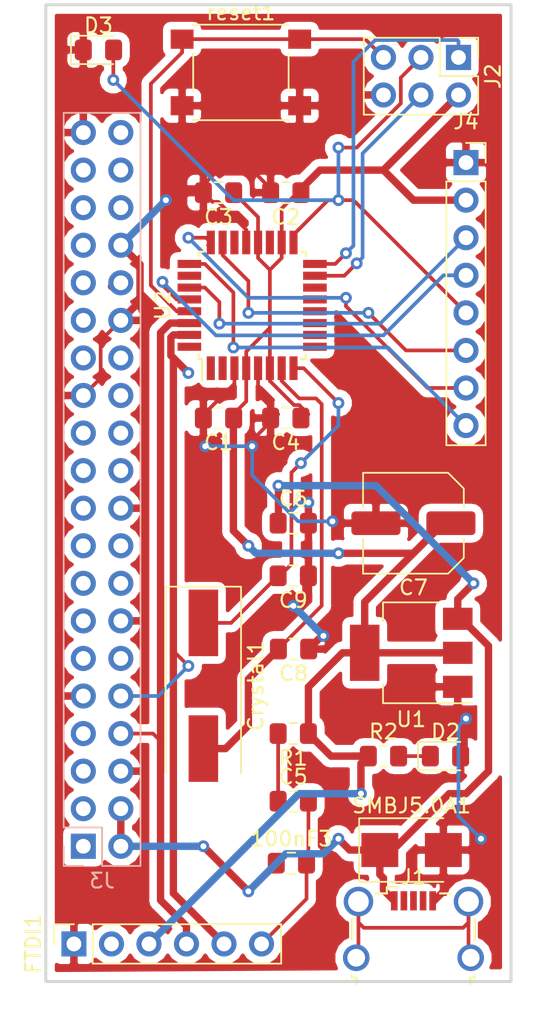
<source format=kicad_pcb>
(kicad_pcb (version 20171130) (host pcbnew "(5.0.2-5-10.14)")

  (general
    (thickness 1.6)
    (drawings 4)
    (tracks 282)
    (zones 0)
    (modules 24)
    (nets 66)
  )

  (page A4)
  (layers
    (0 F.Cu signal)
    (31 B.Cu signal)
    (32 B.Adhes user)
    (33 F.Adhes user)
    (34 B.Paste user)
    (35 F.Paste user)
    (36 B.SilkS user)
    (37 F.SilkS user)
    (38 B.Mask user)
    (39 F.Mask user)
    (40 Dwgs.User user)
    (41 Cmts.User user)
    (42 Eco1.User user)
    (43 Eco2.User user)
    (44 Edge.Cuts user)
    (45 Margin user)
    (46 B.CrtYd user)
    (47 F.CrtYd user)
    (48 B.Fab user)
    (49 F.Fab user)
  )

  (setup
    (last_trace_width 0.25)
    (user_trace_width 0.5)
    (trace_clearance 0.2)
    (zone_clearance 0.508)
    (zone_45_only no)
    (trace_min 0.2)
    (segment_width 0.2)
    (edge_width 0.2)
    (via_size 0.8)
    (via_drill 0.4)
    (via_min_size 0.4)
    (via_min_drill 0.3)
    (uvia_size 0.3)
    (uvia_drill 0.1)
    (uvias_allowed no)
    (uvia_min_size 0.2)
    (uvia_min_drill 0.1)
    (pcb_text_width 0.3)
    (pcb_text_size 1.5 1.5)
    (mod_edge_width 0.15)
    (mod_text_size 1 1)
    (mod_text_width 0.15)
    (pad_size 1.524 1.524)
    (pad_drill 0.762)
    (pad_to_mask_clearance 0.051)
    (solder_mask_min_width 0.25)
    (aux_axis_origin 0 0)
    (visible_elements FFFFFF7F)
    (pcbplotparams
      (layerselection 0x010f0_ffffffff)
      (usegerberextensions false)
      (usegerberattributes false)
      (usegerberadvancedattributes false)
      (creategerberjobfile false)
      (excludeedgelayer true)
      (linewidth 0.100000)
      (plotframeref false)
      (viasonmask false)
      (mode 1)
      (useauxorigin false)
      (hpglpennumber 1)
      (hpglpenspeed 20)
      (hpglpendiameter 15.000000)
      (psnegative false)
      (psa4output false)
      (plotreference true)
      (plotvalue true)
      (plotinvisibletext false)
      (padsonsilk false)
      (subtractmaskfromsilk false)
      (outputformat 1)
      (mirror false)
      (drillshape 0)
      (scaleselection 1)
      (outputdirectory "fab/"))
  )

  (net 0 "")
  (net 1 "Net-(100k1-Pad2)")
  (net 2 +3V3)
  (net 3 GND)
  (net 4 /RTS)
  (net 5 +5V)
  (net 6 /CTS)
  (net 7 "Net-(J1-Pad2)")
  (net 8 "Net-(J1-Pad3)")
  (net 9 "Net-(J1-Pad4)")
  (net 10 "Net-(J1-Pad6)")
  (net 11 /MISO)
  (net 12 /SCK)
  (net 13 /MOSI)
  (net 14 /RESET)
  (net 15 "Net-(U2-Pad1)")
  (net 16 "Net-(U2-Pad2)")
  (net 17 "Net-(U2-Pad9)")
  (net 18 "Net-(U2-Pad10)")
  (net 19 "Net-(U2-Pad11)")
  (net 20 "Net-(U2-Pad12)")
  (net 21 "Net-(U2-Pad13)")
  (net 22 "Net-(U2-Pad14)")
  (net 23 "Net-(U2-Pad19)")
  (net 24 "Net-(U2-Pad22)")
  (net 25 "Net-(U2-Pad26)")
  (net 26 /SDA)
  (net 27 /SCL)
  (net 28 "Net-(U2-Pad32)")
  (net 29 "Net-(J3-Pad1)")
  (net 30 "Net-(J3-Pad3)")
  (net 31 "Net-(J3-Pad5)")
  (net 32 "Net-(J3-Pad7)")
  (net 33 /RX_328)
  (net 34 /TX_328)
  (net 35 "Net-(J3-Pad11)")
  (net 36 "Net-(J3-Pad12)")
  (net 37 "Net-(J3-Pad13)")
  (net 38 "Net-(J3-Pad15)")
  (net 39 "Net-(J3-Pad16)")
  (net 40 "Net-(J3-Pad17)")
  (net 41 "Net-(J3-Pad18)")
  (net 42 "Net-(J3-Pad19)")
  (net 43 "Net-(J3-Pad21)")
  (net 44 "Net-(J3-Pad22)")
  (net 45 "Net-(J3-Pad23)")
  (net 46 "Net-(J3-Pad24)")
  (net 47 "Net-(J3-Pad26)")
  (net 48 "Net-(J3-Pad27)")
  (net 49 "Net-(J3-Pad28)")
  (net 50 "Net-(J3-Pad29)")
  (net 51 "Net-(J3-Pad31)")
  (net 52 "Net-(J3-Pad32)")
  (net 53 "Net-(J3-Pad33)")
  (net 54 "Net-(J3-Pad35)")
  (net 55 "Net-(J3-Pad36)")
  (net 56 "Net-(J3-Pad37)")
  (net 57 "Net-(J3-Pad38)")
  (net 58 "Net-(J3-Pad40)")
  (net 59 /A0)
  (net 60 /A1)
  (net 61 /A2)
  (net 62 "Net-(C5-Pad1)")
  (net 63 "Net-(C8-Pad2)")
  (net 64 "Net-(C9-Pad2)")
  (net 65 "Net-(D2-Pad1)")

  (net_class Default "This is the default net class."
    (clearance 0.2)
    (trace_width 0.25)
    (via_dia 0.8)
    (via_drill 0.4)
    (uvia_dia 0.3)
    (uvia_drill 0.1)
    (add_net +3V3)
    (add_net +5V)
    (add_net /A0)
    (add_net /A1)
    (add_net /A2)
    (add_net /CTS)
    (add_net /MISO)
    (add_net /MOSI)
    (add_net /RESET)
    (add_net /RTS)
    (add_net /RX_328)
    (add_net /SCK)
    (add_net /SCL)
    (add_net /SDA)
    (add_net /TX_328)
    (add_net GND)
    (add_net "Net-(100k1-Pad2)")
    (add_net "Net-(C5-Pad1)")
    (add_net "Net-(C8-Pad2)")
    (add_net "Net-(C9-Pad2)")
    (add_net "Net-(D2-Pad1)")
    (add_net "Net-(J1-Pad2)")
    (add_net "Net-(J1-Pad3)")
    (add_net "Net-(J1-Pad4)")
    (add_net "Net-(J1-Pad6)")
    (add_net "Net-(J3-Pad1)")
    (add_net "Net-(J3-Pad11)")
    (add_net "Net-(J3-Pad12)")
    (add_net "Net-(J3-Pad13)")
    (add_net "Net-(J3-Pad15)")
    (add_net "Net-(J3-Pad16)")
    (add_net "Net-(J3-Pad17)")
    (add_net "Net-(J3-Pad18)")
    (add_net "Net-(J3-Pad19)")
    (add_net "Net-(J3-Pad21)")
    (add_net "Net-(J3-Pad22)")
    (add_net "Net-(J3-Pad23)")
    (add_net "Net-(J3-Pad24)")
    (add_net "Net-(J3-Pad26)")
    (add_net "Net-(J3-Pad27)")
    (add_net "Net-(J3-Pad28)")
    (add_net "Net-(J3-Pad29)")
    (add_net "Net-(J3-Pad3)")
    (add_net "Net-(J3-Pad31)")
    (add_net "Net-(J3-Pad32)")
    (add_net "Net-(J3-Pad33)")
    (add_net "Net-(J3-Pad35)")
    (add_net "Net-(J3-Pad36)")
    (add_net "Net-(J3-Pad37)")
    (add_net "Net-(J3-Pad38)")
    (add_net "Net-(J3-Pad40)")
    (add_net "Net-(J3-Pad5)")
    (add_net "Net-(J3-Pad7)")
    (add_net "Net-(U2-Pad1)")
    (add_net "Net-(U2-Pad10)")
    (add_net "Net-(U2-Pad11)")
    (add_net "Net-(U2-Pad12)")
    (add_net "Net-(U2-Pad13)")
    (add_net "Net-(U2-Pad14)")
    (add_net "Net-(U2-Pad19)")
    (add_net "Net-(U2-Pad2)")
    (add_net "Net-(U2-Pad22)")
    (add_net "Net-(U2-Pad26)")
    (add_net "Net-(U2-Pad32)")
    (add_net "Net-(U2-Pad9)")
  )

  (net_class power ""
    (clearance 0.2)
    (trace_width 0.5)
    (via_dia 0.8)
    (via_drill 0.4)
    (uvia_dia 0.3)
    (uvia_drill 0.1)
  )

  (module Capacitor_SMD:C_0805_2012Metric_Pad1.15x1.40mm_HandSolder (layer F.Cu) (tedit 5B36C52B) (tstamp 5C9CAE23)
    (at 146.168 141.859)
    (descr "Capacitor SMD 0805 (2012 Metric), square (rectangular) end terminal, IPC_7351 nominal with elongated pad for handsoldering. (Body size source: https://docs.google.com/spreadsheets/d/1BsfQQcO9C6DZCsRaXUlFlo91Tg2WpOkGARC1WS5S8t0/edit?usp=sharing), generated with kicad-footprint-generator")
    (tags "capacitor handsolder")
    (path /5C8C642F)
    (attr smd)
    (fp_text reference 100nF3 (at 0 -1.65) (layer F.SilkS)
      (effects (font (size 1 1) (thickness 0.15)))
    )
    (fp_text value C (at 0 1.65 90) (layer F.Fab)
      (effects (font (size 1 1) (thickness 0.15)))
    )
    (fp_text user %R (at 0 0 180) (layer F.Fab)
      (effects (font (size 0.5 0.5) (thickness 0.08)))
    )
    (fp_line (start 1.85 0.95) (end -1.85 0.95) (layer F.CrtYd) (width 0.05))
    (fp_line (start 1.85 -0.95) (end 1.85 0.95) (layer F.CrtYd) (width 0.05))
    (fp_line (start -1.85 -0.95) (end 1.85 -0.95) (layer F.CrtYd) (width 0.05))
    (fp_line (start -1.85 0.95) (end -1.85 -0.95) (layer F.CrtYd) (width 0.05))
    (fp_line (start -0.261252 0.71) (end 0.261252 0.71) (layer F.SilkS) (width 0.12))
    (fp_line (start -0.261252 -0.71) (end 0.261252 -0.71) (layer F.SilkS) (width 0.12))
    (fp_line (start 1 0.6) (end -1 0.6) (layer F.Fab) (width 0.1))
    (fp_line (start 1 -0.6) (end 1 0.6) (layer F.Fab) (width 0.1))
    (fp_line (start -1 -0.6) (end 1 -0.6) (layer F.Fab) (width 0.1))
    (fp_line (start -1 0.6) (end -1 -0.6) (layer F.Fab) (width 0.1))
    (pad 2 smd roundrect (at 1.025 0) (size 1.15 1.4) (layers F.Cu F.Paste F.Mask) (roundrect_rratio 0.217391)
      (net 4 /RTS))
    (pad 1 smd roundrect (at -1.025 0) (size 1.15 1.4) (layers F.Cu F.Paste F.Mask) (roundrect_rratio 0.217391)
      (net 1 "Net-(100k1-Pad2)"))
    (model ${KISYS3DMOD}/Capacitor_SMD.3dshapes/C_0805_2012Metric.wrl
      (at (xyz 0 0 0))
      (scale (xyz 1 1 1))
      (rotate (xyz 0 0 0))
    )
  )

  (module LED_SMD:LED_0805_2012Metric_Pad1.15x1.40mm_HandSolder (layer F.Cu) (tedit 5B4B45C9) (tstamp 5C8FC03C)
    (at 156.6 134.62)
    (descr "LED SMD 0805 (2012 Metric), square (rectangular) end terminal, IPC_7351 nominal, (Body size source: https://docs.google.com/spreadsheets/d/1BsfQQcO9C6DZCsRaXUlFlo91Tg2WpOkGARC1WS5S8t0/edit?usp=sharing), generated with kicad-footprint-generator")
    (tags "LED handsolder")
    (path /5C8BF047)
    (attr smd)
    (fp_text reference D2 (at 0 -1.65) (layer F.SilkS)
      (effects (font (size 1 1) (thickness 0.15)))
    )
    (fp_text value LED (at 0 1.65) (layer F.Fab)
      (effects (font (size 1 1) (thickness 0.15)))
    )
    (fp_line (start 1 -0.6) (end -0.7 -0.6) (layer F.Fab) (width 0.1))
    (fp_line (start -0.7 -0.6) (end -1 -0.3) (layer F.Fab) (width 0.1))
    (fp_line (start -1 -0.3) (end -1 0.6) (layer F.Fab) (width 0.1))
    (fp_line (start -1 0.6) (end 1 0.6) (layer F.Fab) (width 0.1))
    (fp_line (start 1 0.6) (end 1 -0.6) (layer F.Fab) (width 0.1))
    (fp_line (start 1 -0.96) (end -1.86 -0.96) (layer F.SilkS) (width 0.12))
    (fp_line (start -1.86 -0.96) (end -1.86 0.96) (layer F.SilkS) (width 0.12))
    (fp_line (start -1.86 0.96) (end 1 0.96) (layer F.SilkS) (width 0.12))
    (fp_line (start -1.85 0.95) (end -1.85 -0.95) (layer F.CrtYd) (width 0.05))
    (fp_line (start -1.85 -0.95) (end 1.85 -0.95) (layer F.CrtYd) (width 0.05))
    (fp_line (start 1.85 -0.95) (end 1.85 0.95) (layer F.CrtYd) (width 0.05))
    (fp_line (start 1.85 0.95) (end -1.85 0.95) (layer F.CrtYd) (width 0.05))
    (fp_text user %R (at 0 0) (layer F.Fab)
      (effects (font (size 0.5 0.5) (thickness 0.08)))
    )
    (pad 1 smd roundrect (at -1.025 0) (size 1.15 1.4) (layers F.Cu F.Paste F.Mask) (roundrect_rratio 0.217391)
      (net 65 "Net-(D2-Pad1)"))
    (pad 2 smd roundrect (at 1.025 0) (size 1.15 1.4) (layers F.Cu F.Paste F.Mask) (roundrect_rratio 0.217391)
      (net 3 GND))
    (model ${KISYS3DMOD}/LED_SMD.3dshapes/LED_0805_2012Metric.wrl
      (at (xyz 0 0 0))
      (scale (xyz 1 1 1))
      (rotate (xyz 0 0 0))
    )
  )

  (module Connector_PinSocket_2.54mm:PinSocket_1x06_P2.54mm_Vertical (layer F.Cu) (tedit 5A19A430) (tstamp 5C8FEDFF)
    (at 131.445 147.32 90)
    (descr "Through hole straight socket strip, 1x06, 2.54mm pitch, single row (from Kicad 4.0.7), script generated")
    (tags "Through hole socket strip THT 1x06 2.54mm single row")
    (path /5C8AA25A)
    (fp_text reference FTDI1 (at 0 -2.77 90) (layer F.SilkS)
      (effects (font (size 1 1) (thickness 0.15)))
    )
    (fp_text value Conn_01x06 (at 0 15.47 90) (layer F.Fab)
      (effects (font (size 1 1) (thickness 0.15)))
    )
    (fp_line (start -1.27 -1.27) (end 0.635 -1.27) (layer F.Fab) (width 0.1))
    (fp_line (start 0.635 -1.27) (end 1.27 -0.635) (layer F.Fab) (width 0.1))
    (fp_line (start 1.27 -0.635) (end 1.27 13.97) (layer F.Fab) (width 0.1))
    (fp_line (start 1.27 13.97) (end -1.27 13.97) (layer F.Fab) (width 0.1))
    (fp_line (start -1.27 13.97) (end -1.27 -1.27) (layer F.Fab) (width 0.1))
    (fp_line (start -1.33 1.27) (end 1.33 1.27) (layer F.SilkS) (width 0.12))
    (fp_line (start -1.33 1.27) (end -1.33 14.03) (layer F.SilkS) (width 0.12))
    (fp_line (start -1.33 14.03) (end 1.33 14.03) (layer F.SilkS) (width 0.12))
    (fp_line (start 1.33 1.27) (end 1.33 14.03) (layer F.SilkS) (width 0.12))
    (fp_line (start 1.33 -1.33) (end 1.33 0) (layer F.SilkS) (width 0.12))
    (fp_line (start 0 -1.33) (end 1.33 -1.33) (layer F.SilkS) (width 0.12))
    (fp_line (start -1.8 -1.8) (end 1.75 -1.8) (layer F.CrtYd) (width 0.05))
    (fp_line (start 1.75 -1.8) (end 1.75 14.45) (layer F.CrtYd) (width 0.05))
    (fp_line (start 1.75 14.45) (end -1.8 14.45) (layer F.CrtYd) (width 0.05))
    (fp_line (start -1.8 14.45) (end -1.8 -1.8) (layer F.CrtYd) (width 0.05))
    (fp_text user %R (at 0 6.35 180) (layer F.Fab)
      (effects (font (size 1 1) (thickness 0.15)))
    )
    (pad 1 thru_hole rect (at 0 0 90) (size 1.7 1.7) (drill 1) (layers *.Cu *.Mask)
      (net 3 GND))
    (pad 2 thru_hole oval (at 0 2.54 90) (size 1.7 1.7) (drill 1) (layers *.Cu *.Mask)
      (net 6 /CTS))
    (pad 3 thru_hole oval (at 0 5.08 90) (size 1.7 1.7) (drill 1) (layers *.Cu *.Mask)
      (net 2 +3V3))
    (pad 4 thru_hole oval (at 0 7.62 90) (size 1.7 1.7) (drill 1) (layers *.Cu *.Mask)
      (net 33 /RX_328))
    (pad 5 thru_hole oval (at 0 10.16 90) (size 1.7 1.7) (drill 1) (layers *.Cu *.Mask)
      (net 34 /TX_328))
    (pad 6 thru_hole oval (at 0 12.7 90) (size 1.7 1.7) (drill 1) (layers *.Cu *.Mask)
      (net 4 /RTS))
    (model ${KISYS3DMOD}/Connector_PinSocket_2.54mm.3dshapes/PinSocket_1x06_P2.54mm_Vertical.wrl
      (at (xyz 0 0 0))
      (scale (xyz 1 1 1))
      (rotate (xyz 0 0 0))
    )
  )

  (module Connector_PinHeader_2.54mm:PinHeader_2x03_P2.54mm_Vertical (layer F.Cu) (tedit 59FED5CC) (tstamp 5C9CA8C9)
    (at 157.48 87.376 270)
    (descr "Through hole straight pin header, 2x03, 2.54mm pitch, double rows")
    (tags "Through hole pin header THT 2x03 2.54mm double row")
    (path /5C8454DA)
    (fp_text reference J2 (at 1.27 -2.33 270) (layer F.SilkS)
      (effects (font (size 1 1) (thickness 0.15)))
    )
    (fp_text value AVR-ISP-6 (at 1.27 7.41 270) (layer F.Fab)
      (effects (font (size 1 1) (thickness 0.15)))
    )
    (fp_line (start 0 -1.27) (end 3.81 -1.27) (layer F.Fab) (width 0.1))
    (fp_line (start 3.81 -1.27) (end 3.81 6.35) (layer F.Fab) (width 0.1))
    (fp_line (start 3.81 6.35) (end -1.27 6.35) (layer F.Fab) (width 0.1))
    (fp_line (start -1.27 6.35) (end -1.27 0) (layer F.Fab) (width 0.1))
    (fp_line (start -1.27 0) (end 0 -1.27) (layer F.Fab) (width 0.1))
    (fp_line (start -1.33 6.41) (end 3.87 6.41) (layer F.SilkS) (width 0.12))
    (fp_line (start -1.33 1.27) (end -1.33 6.41) (layer F.SilkS) (width 0.12))
    (fp_line (start 3.87 -1.33) (end 3.87 6.41) (layer F.SilkS) (width 0.12))
    (fp_line (start -1.33 1.27) (end 1.27 1.27) (layer F.SilkS) (width 0.12))
    (fp_line (start 1.27 1.27) (end 1.27 -1.33) (layer F.SilkS) (width 0.12))
    (fp_line (start 1.27 -1.33) (end 3.87 -1.33) (layer F.SilkS) (width 0.12))
    (fp_line (start -1.33 0) (end -1.33 -1.33) (layer F.SilkS) (width 0.12))
    (fp_line (start -1.33 -1.33) (end 0 -1.33) (layer F.SilkS) (width 0.12))
    (fp_line (start -1.8 -1.8) (end -1.8 6.85) (layer F.CrtYd) (width 0.05))
    (fp_line (start -1.8 6.85) (end 4.35 6.85) (layer F.CrtYd) (width 0.05))
    (fp_line (start 4.35 6.85) (end 4.35 -1.8) (layer F.CrtYd) (width 0.05))
    (fp_line (start 4.35 -1.8) (end -1.8 -1.8) (layer F.CrtYd) (width 0.05))
    (fp_text user %R (at 1.27 2.54 90) (layer F.Fab)
      (effects (font (size 1 1) (thickness 0.15)))
    )
    (pad 1 thru_hole rect (at 0 0 270) (size 1.7 1.7) (drill 1) (layers *.Cu *.Mask)
      (net 11 /MISO))
    (pad 2 thru_hole oval (at 2.54 0 270) (size 1.7 1.7) (drill 1) (layers *.Cu *.Mask)
      (net 2 +3V3))
    (pad 3 thru_hole oval (at 0 2.54 270) (size 1.7 1.7) (drill 1) (layers *.Cu *.Mask)
      (net 12 /SCK))
    (pad 4 thru_hole oval (at 2.54 2.54 270) (size 1.7 1.7) (drill 1) (layers *.Cu *.Mask)
      (net 13 /MOSI))
    (pad 5 thru_hole oval (at 0 5.08 270) (size 1.7 1.7) (drill 1) (layers *.Cu *.Mask)
      (net 14 /RESET))
    (pad 6 thru_hole oval (at 2.54 5.08 270) (size 1.7 1.7) (drill 1) (layers *.Cu *.Mask)
      (net 3 GND))
    (model ${KISYS3DMOD}/Connector_PinHeader_2.54mm.3dshapes/PinHeader_2x03_P2.54mm_Vertical.wrl
      (at (xyz 0 0 0))
      (scale (xyz 1 1 1))
      (rotate (xyz 0 0 0))
    )
  )

  (module Button_Switch_SMD:SW_SPST_PTS645 (layer F.Cu) (tedit 5A02FC95) (tstamp 5C9C8CF6)
    (at 142.748 88.392)
    (descr "C&K Components SPST SMD PTS645 Series 6mm Tact Switch")
    (tags "SPST Button Switch")
    (path /5C843D0D)
    (attr smd)
    (fp_text reference reset1 (at 0 -4.05) (layer F.SilkS)
      (effects (font (size 1 1) (thickness 0.15)))
    )
    (fp_text value SW_Push (at 0 4.15) (layer F.Fab)
      (effects (font (size 1 1) (thickness 0.15)))
    )
    (fp_text user %R (at 0 -4.05) (layer F.Fab)
      (effects (font (size 1 1) (thickness 0.15)))
    )
    (fp_line (start -3 -3) (end -3 3) (layer F.Fab) (width 0.1))
    (fp_line (start -3 3) (end 3 3) (layer F.Fab) (width 0.1))
    (fp_line (start 3 3) (end 3 -3) (layer F.Fab) (width 0.1))
    (fp_line (start 3 -3) (end -3 -3) (layer F.Fab) (width 0.1))
    (fp_line (start 5.05 3.4) (end 5.05 -3.4) (layer F.CrtYd) (width 0.05))
    (fp_line (start -5.05 -3.4) (end -5.05 3.4) (layer F.CrtYd) (width 0.05))
    (fp_line (start -5.05 3.4) (end 5.05 3.4) (layer F.CrtYd) (width 0.05))
    (fp_line (start -5.05 -3.4) (end 5.05 -3.4) (layer F.CrtYd) (width 0.05))
    (fp_line (start 3.23 -3.23) (end 3.23 -3.2) (layer F.SilkS) (width 0.12))
    (fp_line (start 3.23 3.23) (end 3.23 3.2) (layer F.SilkS) (width 0.12))
    (fp_line (start -3.23 3.23) (end -3.23 3.2) (layer F.SilkS) (width 0.12))
    (fp_line (start -3.23 -3.2) (end -3.23 -3.23) (layer F.SilkS) (width 0.12))
    (fp_line (start 3.23 -1.3) (end 3.23 1.3) (layer F.SilkS) (width 0.12))
    (fp_line (start -3.23 -3.23) (end 3.23 -3.23) (layer F.SilkS) (width 0.12))
    (fp_line (start -3.23 -1.3) (end -3.23 1.3) (layer F.SilkS) (width 0.12))
    (fp_line (start -3.23 3.23) (end 3.23 3.23) (layer F.SilkS) (width 0.12))
    (fp_circle (center 0 0) (end 1.75 -0.05) (layer F.Fab) (width 0.1))
    (pad 2 smd rect (at -3.98 2.25) (size 1.55 1.3) (layers F.Cu F.Paste F.Mask)
      (net 3 GND))
    (pad 1 smd rect (at -3.98 -2.25) (size 1.55 1.3) (layers F.Cu F.Paste F.Mask)
      (net 14 /RESET))
    (pad 1 smd rect (at 3.98 -2.25) (size 1.55 1.3) (layers F.Cu F.Paste F.Mask)
      (net 14 /RESET))
    (pad 2 smd rect (at 3.98 2.25) (size 1.55 1.3) (layers F.Cu F.Paste F.Mask)
      (net 3 GND))
    (model ${KISYS3DMOD}/Button_Switch_SMD.3dshapes/SW_SPST_PTS645.wrl
      (at (xyz 0 0 0))
      (scale (xyz 1 1 1))
      (rotate (xyz 0 0 0))
    )
  )

  (module Package_TO_SOT_SMD:SOT-223-3_TabPin2 (layer F.Cu) (tedit 5A02FF57) (tstamp 5C9C9DE8)
    (at 154.28 127.635 180)
    (descr "module CMS SOT223 4 pins")
    (tags "CMS SOT")
    (path /5C8362D1)
    (attr smd)
    (fp_text reference U1 (at 0 -4.5 180) (layer F.SilkS)
      (effects (font (size 1 1) (thickness 0.15)))
    )
    (fp_text value LM1117-3.3 (at 0 4.5 180) (layer F.Fab)
      (effects (font (size 1 1) (thickness 0.15)))
    )
    (fp_text user %R (at 0 0 90) (layer F.Fab)
      (effects (font (size 0.8 0.8) (thickness 0.12)))
    )
    (fp_line (start 1.91 3.41) (end 1.91 2.15) (layer F.SilkS) (width 0.12))
    (fp_line (start 1.91 -3.41) (end 1.91 -2.15) (layer F.SilkS) (width 0.12))
    (fp_line (start 4.4 -3.6) (end -4.4 -3.6) (layer F.CrtYd) (width 0.05))
    (fp_line (start 4.4 3.6) (end 4.4 -3.6) (layer F.CrtYd) (width 0.05))
    (fp_line (start -4.4 3.6) (end 4.4 3.6) (layer F.CrtYd) (width 0.05))
    (fp_line (start -4.4 -3.6) (end -4.4 3.6) (layer F.CrtYd) (width 0.05))
    (fp_line (start -1.85 -2.35) (end -0.85 -3.35) (layer F.Fab) (width 0.1))
    (fp_line (start -1.85 -2.35) (end -1.85 3.35) (layer F.Fab) (width 0.1))
    (fp_line (start -1.85 3.41) (end 1.91 3.41) (layer F.SilkS) (width 0.12))
    (fp_line (start -0.85 -3.35) (end 1.85 -3.35) (layer F.Fab) (width 0.1))
    (fp_line (start -4.1 -3.41) (end 1.91 -3.41) (layer F.SilkS) (width 0.12))
    (fp_line (start -1.85 3.35) (end 1.85 3.35) (layer F.Fab) (width 0.1))
    (fp_line (start 1.85 -3.35) (end 1.85 3.35) (layer F.Fab) (width 0.1))
    (pad 2 smd rect (at 3.15 0 180) (size 2 3.8) (layers F.Cu F.Paste F.Mask)
      (net 2 +3V3))
    (pad 2 smd rect (at -3.15 0 180) (size 2 1.5) (layers F.Cu F.Paste F.Mask)
      (net 2 +3V3))
    (pad 3 smd rect (at -3.15 2.3 180) (size 2 1.5) (layers F.Cu F.Paste F.Mask)
      (net 5 +5V))
    (pad 1 smd rect (at -3.15 -2.3 180) (size 2 1.5) (layers F.Cu F.Paste F.Mask)
      (net 3 GND))
    (model ${KISYS3DMOD}/Package_TO_SOT_SMD.3dshapes/SOT-223.wrl
      (at (xyz 0 0 0))
      (scale (xyz 1 1 1))
      (rotate (xyz 0 0 0))
    )
  )

  (module Package_QFP:TQFP-32_7x7mm_P0.8mm (layer F.Cu) (tedit 5A02F146) (tstamp 5C8FDC3B)
    (at 143.51 104.14 90)
    (descr "32-Lead Plastic Thin Quad Flatpack (PT) - 7x7x1.0 mm Body, 2.00 mm [TQFP] (see Microchip Packaging Specification 00000049BS.pdf)")
    (tags "QFP 0.8")
    (path /5C82EA16)
    (attr smd)
    (fp_text reference U2 (at 0 -6.05 90) (layer F.SilkS)
      (effects (font (size 1 1) (thickness 0.15)))
    )
    (fp_text value ATmega328P-AU (at 0 6.05 90) (layer F.Fab)
      (effects (font (size 1 1) (thickness 0.15)))
    )
    (fp_text user %R (at 0 0 180) (layer F.Fab)
      (effects (font (size 1 1) (thickness 0.15)))
    )
    (fp_line (start -2.5 -3.5) (end 3.5 -3.5) (layer F.Fab) (width 0.15))
    (fp_line (start 3.5 -3.5) (end 3.5 3.5) (layer F.Fab) (width 0.15))
    (fp_line (start 3.5 3.5) (end -3.5 3.5) (layer F.Fab) (width 0.15))
    (fp_line (start -3.5 3.5) (end -3.5 -2.5) (layer F.Fab) (width 0.15))
    (fp_line (start -3.5 -2.5) (end -2.5 -3.5) (layer F.Fab) (width 0.15))
    (fp_line (start -5.3 -5.3) (end -5.3 5.3) (layer F.CrtYd) (width 0.05))
    (fp_line (start 5.3 -5.3) (end 5.3 5.3) (layer F.CrtYd) (width 0.05))
    (fp_line (start -5.3 -5.3) (end 5.3 -5.3) (layer F.CrtYd) (width 0.05))
    (fp_line (start -5.3 5.3) (end 5.3 5.3) (layer F.CrtYd) (width 0.05))
    (fp_line (start -3.625 -3.625) (end -3.625 -3.4) (layer F.SilkS) (width 0.15))
    (fp_line (start 3.625 -3.625) (end 3.625 -3.3) (layer F.SilkS) (width 0.15))
    (fp_line (start 3.625 3.625) (end 3.625 3.3) (layer F.SilkS) (width 0.15))
    (fp_line (start -3.625 3.625) (end -3.625 3.3) (layer F.SilkS) (width 0.15))
    (fp_line (start -3.625 -3.625) (end -3.3 -3.625) (layer F.SilkS) (width 0.15))
    (fp_line (start -3.625 3.625) (end -3.3 3.625) (layer F.SilkS) (width 0.15))
    (fp_line (start 3.625 3.625) (end 3.3 3.625) (layer F.SilkS) (width 0.15))
    (fp_line (start 3.625 -3.625) (end 3.3 -3.625) (layer F.SilkS) (width 0.15))
    (fp_line (start -3.625 -3.4) (end -5.05 -3.4) (layer F.SilkS) (width 0.15))
    (pad 1 smd rect (at -4.25 -2.8 90) (size 1.6 0.55) (layers F.Cu F.Paste F.Mask)
      (net 15 "Net-(U2-Pad1)"))
    (pad 2 smd rect (at -4.25 -2 90) (size 1.6 0.55) (layers F.Cu F.Paste F.Mask)
      (net 16 "Net-(U2-Pad2)"))
    (pad 3 smd rect (at -4.25 -1.2 90) (size 1.6 0.55) (layers F.Cu F.Paste F.Mask)
      (net 3 GND))
    (pad 4 smd rect (at -4.25 -0.4 90) (size 1.6 0.55) (layers F.Cu F.Paste F.Mask)
      (net 2 +3V3))
    (pad 5 smd rect (at -4.25 0.4 90) (size 1.6 0.55) (layers F.Cu F.Paste F.Mask)
      (net 3 GND))
    (pad 6 smd rect (at -4.25 1.2 90) (size 1.6 0.55) (layers F.Cu F.Paste F.Mask)
      (net 2 +3V3))
    (pad 7 smd rect (at -4.25 2 90) (size 1.6 0.55) (layers F.Cu F.Paste F.Mask)
      (net 63 "Net-(C8-Pad2)"))
    (pad 8 smd rect (at -4.25 2.8 90) (size 1.6 0.55) (layers F.Cu F.Paste F.Mask)
      (net 64 "Net-(C9-Pad2)"))
    (pad 9 smd rect (at -2.8 4.25 180) (size 1.6 0.55) (layers F.Cu F.Paste F.Mask)
      (net 17 "Net-(U2-Pad9)"))
    (pad 10 smd rect (at -2 4.25 180) (size 1.6 0.55) (layers F.Cu F.Paste F.Mask)
      (net 18 "Net-(U2-Pad10)"))
    (pad 11 smd rect (at -1.2 4.25 180) (size 1.6 0.55) (layers F.Cu F.Paste F.Mask)
      (net 19 "Net-(U2-Pad11)"))
    (pad 12 smd rect (at -0.4 4.25 180) (size 1.6 0.55) (layers F.Cu F.Paste F.Mask)
      (net 20 "Net-(U2-Pad12)"))
    (pad 13 smd rect (at 0.4 4.25 180) (size 1.6 0.55) (layers F.Cu F.Paste F.Mask)
      (net 21 "Net-(U2-Pad13)"))
    (pad 14 smd rect (at 1.2 4.25 180) (size 1.6 0.55) (layers F.Cu F.Paste F.Mask)
      (net 22 "Net-(U2-Pad14)"))
    (pad 15 smd rect (at 2 4.25 180) (size 1.6 0.55) (layers F.Cu F.Paste F.Mask)
      (net 13 /MOSI))
    (pad 16 smd rect (at 2.8 4.25 180) (size 1.6 0.55) (layers F.Cu F.Paste F.Mask)
      (net 11 /MISO))
    (pad 17 smd rect (at 4.25 2.8 90) (size 1.6 0.55) (layers F.Cu F.Paste F.Mask)
      (net 12 /SCK))
    (pad 18 smd rect (at 4.25 2 90) (size 1.6 0.55) (layers F.Cu F.Paste F.Mask)
      (net 2 +3V3))
    (pad 19 smd rect (at 4.25 1.2 90) (size 1.6 0.55) (layers F.Cu F.Paste F.Mask)
      (net 23 "Net-(U2-Pad19)"))
    (pad 20 smd rect (at 4.25 0.4 90) (size 1.6 0.55) (layers F.Cu F.Paste F.Mask)
      (net 2 +3V3))
    (pad 21 smd rect (at 4.25 -0.4 90) (size 1.6 0.55) (layers F.Cu F.Paste F.Mask)
      (net 3 GND))
    (pad 22 smd rect (at 4.25 -1.2 90) (size 1.6 0.55) (layers F.Cu F.Paste F.Mask)
      (net 24 "Net-(U2-Pad22)"))
    (pad 23 smd rect (at 4.25 -2 90) (size 1.6 0.55) (layers F.Cu F.Paste F.Mask)
      (net 59 /A0))
    (pad 24 smd rect (at 4.25 -2.8 90) (size 1.6 0.55) (layers F.Cu F.Paste F.Mask)
      (net 60 /A1))
    (pad 25 smd rect (at 2.8 -4.25 180) (size 1.6 0.55) (layers F.Cu F.Paste F.Mask)
      (net 61 /A2))
    (pad 26 smd rect (at 2 -4.25 180) (size 1.6 0.55) (layers F.Cu F.Paste F.Mask)
      (net 25 "Net-(U2-Pad26)"))
    (pad 27 smd rect (at 1.2 -4.25 180) (size 1.6 0.55) (layers F.Cu F.Paste F.Mask)
      (net 26 /SDA))
    (pad 28 smd rect (at 0.4 -4.25 180) (size 1.6 0.55) (layers F.Cu F.Paste F.Mask)
      (net 27 /SCL))
    (pad 29 smd rect (at -0.4 -4.25 180) (size 1.6 0.55) (layers F.Cu F.Paste F.Mask)
      (net 14 /RESET))
    (pad 30 smd rect (at -1.2 -4.25 180) (size 1.6 0.55) (layers F.Cu F.Paste F.Mask)
      (net 33 /RX_328))
    (pad 31 smd rect (at -2 -4.25 180) (size 1.6 0.55) (layers F.Cu F.Paste F.Mask)
      (net 34 /TX_328))
    (pad 32 smd rect (at -2.8 -4.25 180) (size 1.6 0.55) (layers F.Cu F.Paste F.Mask)
      (net 28 "Net-(U2-Pad32)"))
    (model ${KISYS3DMOD}/Package_QFP.3dshapes/TQFP-32_7x7mm_P0.8mm.wrl
      (at (xyz 0 0 0))
      (scale (xyz 1 1 1))
      (rotate (xyz 0 0 0))
    )
  )

  (module Connector_PinHeader_2.54mm:PinHeader_2x20_P2.54mm_Vertical (layer B.Cu) (tedit 59FED5CC) (tstamp 5C900950)
    (at 132.08 140.716)
    (descr "Through hole straight pin header, 2x20, 2.54mm pitch, double rows")
    (tags "Through hole pin header THT 2x20 2.54mm double row")
    (path /5C911D14)
    (fp_text reference J3 (at 1.27 2.33) (layer B.SilkS)
      (effects (font (size 1 1) (thickness 0.15)) (justify mirror))
    )
    (fp_text value Raspberry_Pi_zero (at 1.27 -50.59) (layer B.Fab)
      (effects (font (size 1 1) (thickness 0.15)) (justify mirror))
    )
    (fp_line (start 0 1.27) (end 3.81 1.27) (layer B.Fab) (width 0.1))
    (fp_line (start 3.81 1.27) (end 3.81 -49.53) (layer B.Fab) (width 0.1))
    (fp_line (start 3.81 -49.53) (end -1.27 -49.53) (layer B.Fab) (width 0.1))
    (fp_line (start -1.27 -49.53) (end -1.27 0) (layer B.Fab) (width 0.1))
    (fp_line (start -1.27 0) (end 0 1.27) (layer B.Fab) (width 0.1))
    (fp_line (start -1.33 -49.59) (end 3.87 -49.59) (layer B.SilkS) (width 0.12))
    (fp_line (start -1.33 -1.27) (end -1.33 -49.59) (layer B.SilkS) (width 0.12))
    (fp_line (start 3.87 1.33) (end 3.87 -49.59) (layer B.SilkS) (width 0.12))
    (fp_line (start -1.33 -1.27) (end 1.27 -1.27) (layer B.SilkS) (width 0.12))
    (fp_line (start 1.27 -1.27) (end 1.27 1.33) (layer B.SilkS) (width 0.12))
    (fp_line (start 1.27 1.33) (end 3.87 1.33) (layer B.SilkS) (width 0.12))
    (fp_line (start -1.33 0) (end -1.33 1.33) (layer B.SilkS) (width 0.12))
    (fp_line (start -1.33 1.33) (end 0 1.33) (layer B.SilkS) (width 0.12))
    (fp_line (start -1.8 1.8) (end -1.8 -50.05) (layer B.CrtYd) (width 0.05))
    (fp_line (start -1.8 -50.05) (end 4.35 -50.05) (layer B.CrtYd) (width 0.05))
    (fp_line (start 4.35 -50.05) (end 4.35 1.8) (layer B.CrtYd) (width 0.05))
    (fp_line (start 4.35 1.8) (end -1.8 1.8) (layer B.CrtYd) (width 0.05))
    (fp_text user %R (at 1.27 -24.13 -90) (layer B.Fab)
      (effects (font (size 1 1) (thickness 0.15)) (justify mirror))
    )
    (pad 1 thru_hole rect (at 0 0) (size 1.7 1.7) (drill 1) (layers *.Cu *.Mask)
      (net 29 "Net-(J3-Pad1)"))
    (pad 2 thru_hole oval (at 2.54 0) (size 1.7 1.7) (drill 1) (layers *.Cu *.Mask)
      (net 5 +5V))
    (pad 3 thru_hole oval (at 0 -2.54) (size 1.7 1.7) (drill 1) (layers *.Cu *.Mask)
      (net 30 "Net-(J3-Pad3)"))
    (pad 4 thru_hole oval (at 2.54 -2.54) (size 1.7 1.7) (drill 1) (layers *.Cu *.Mask)
      (net 5 +5V))
    (pad 5 thru_hole oval (at 0 -5.08) (size 1.7 1.7) (drill 1) (layers *.Cu *.Mask)
      (net 31 "Net-(J3-Pad5)"))
    (pad 6 thru_hole oval (at 2.54 -5.08) (size 1.7 1.7) (drill 1) (layers *.Cu *.Mask)
      (net 3 GND))
    (pad 7 thru_hole oval (at 0 -7.62) (size 1.7 1.7) (drill 1) (layers *.Cu *.Mask)
      (net 32 "Net-(J3-Pad7)"))
    (pad 8 thru_hole oval (at 2.54 -7.62) (size 1.7 1.7) (drill 1) (layers *.Cu *.Mask)
      (net 33 /RX_328))
    (pad 9 thru_hole oval (at 0 -10.16) (size 1.7 1.7) (drill 1) (layers *.Cu *.Mask)
      (net 3 GND))
    (pad 10 thru_hole oval (at 2.54 -10.16) (size 1.7 1.7) (drill 1) (layers *.Cu *.Mask)
      (net 34 /TX_328))
    (pad 11 thru_hole oval (at 0 -12.7) (size 1.7 1.7) (drill 1) (layers *.Cu *.Mask)
      (net 35 "Net-(J3-Pad11)"))
    (pad 12 thru_hole oval (at 2.54 -12.7) (size 1.7 1.7) (drill 1) (layers *.Cu *.Mask)
      (net 36 "Net-(J3-Pad12)"))
    (pad 13 thru_hole oval (at 0 -15.24) (size 1.7 1.7) (drill 1) (layers *.Cu *.Mask)
      (net 37 "Net-(J3-Pad13)"))
    (pad 14 thru_hole oval (at 2.54 -15.24) (size 1.7 1.7) (drill 1) (layers *.Cu *.Mask)
      (net 3 GND))
    (pad 15 thru_hole oval (at 0 -17.78) (size 1.7 1.7) (drill 1) (layers *.Cu *.Mask)
      (net 38 "Net-(J3-Pad15)"))
    (pad 16 thru_hole oval (at 2.54 -17.78) (size 1.7 1.7) (drill 1) (layers *.Cu *.Mask)
      (net 39 "Net-(J3-Pad16)"))
    (pad 17 thru_hole oval (at 0 -20.32) (size 1.7 1.7) (drill 1) (layers *.Cu *.Mask)
      (net 40 "Net-(J3-Pad17)"))
    (pad 18 thru_hole oval (at 2.54 -20.32) (size 1.7 1.7) (drill 1) (layers *.Cu *.Mask)
      (net 41 "Net-(J3-Pad18)"))
    (pad 19 thru_hole oval (at 0 -22.86) (size 1.7 1.7) (drill 1) (layers *.Cu *.Mask)
      (net 42 "Net-(J3-Pad19)"))
    (pad 20 thru_hole oval (at 2.54 -22.86) (size 1.7 1.7) (drill 1) (layers *.Cu *.Mask)
      (net 3 GND))
    (pad 21 thru_hole oval (at 0 -25.4) (size 1.7 1.7) (drill 1) (layers *.Cu *.Mask)
      (net 43 "Net-(J3-Pad21)"))
    (pad 22 thru_hole oval (at 2.54 -25.4) (size 1.7 1.7) (drill 1) (layers *.Cu *.Mask)
      (net 44 "Net-(J3-Pad22)"))
    (pad 23 thru_hole oval (at 0 -27.94) (size 1.7 1.7) (drill 1) (layers *.Cu *.Mask)
      (net 45 "Net-(J3-Pad23)"))
    (pad 24 thru_hole oval (at 2.54 -27.94) (size 1.7 1.7) (drill 1) (layers *.Cu *.Mask)
      (net 46 "Net-(J3-Pad24)"))
    (pad 25 thru_hole oval (at 0 -30.48) (size 1.7 1.7) (drill 1) (layers *.Cu *.Mask)
      (net 3 GND))
    (pad 26 thru_hole oval (at 2.54 -30.48) (size 1.7 1.7) (drill 1) (layers *.Cu *.Mask)
      (net 47 "Net-(J3-Pad26)"))
    (pad 27 thru_hole oval (at 0 -33.02) (size 1.7 1.7) (drill 1) (layers *.Cu *.Mask)
      (net 48 "Net-(J3-Pad27)"))
    (pad 28 thru_hole oval (at 2.54 -33.02) (size 1.7 1.7) (drill 1) (layers *.Cu *.Mask)
      (net 49 "Net-(J3-Pad28)"))
    (pad 29 thru_hole oval (at 0 -35.56) (size 1.7 1.7) (drill 1) (layers *.Cu *.Mask)
      (net 50 "Net-(J3-Pad29)"))
    (pad 30 thru_hole oval (at 2.54 -35.56) (size 1.7 1.7) (drill 1) (layers *.Cu *.Mask)
      (net 3 GND))
    (pad 31 thru_hole oval (at 0 -38.1) (size 1.7 1.7) (drill 1) (layers *.Cu *.Mask)
      (net 51 "Net-(J3-Pad31)"))
    (pad 32 thru_hole oval (at 2.54 -38.1) (size 1.7 1.7) (drill 1) (layers *.Cu *.Mask)
      (net 52 "Net-(J3-Pad32)"))
    (pad 33 thru_hole oval (at 0 -40.64) (size 1.7 1.7) (drill 1) (layers *.Cu *.Mask)
      (net 53 "Net-(J3-Pad33)"))
    (pad 34 thru_hole oval (at 2.54 -40.64) (size 1.7 1.7) (drill 1) (layers *.Cu *.Mask)
      (net 3 GND))
    (pad 35 thru_hole oval (at 0 -43.18) (size 1.7 1.7) (drill 1) (layers *.Cu *.Mask)
      (net 54 "Net-(J3-Pad35)"))
    (pad 36 thru_hole oval (at 2.54 -43.18) (size 1.7 1.7) (drill 1) (layers *.Cu *.Mask)
      (net 55 "Net-(J3-Pad36)"))
    (pad 37 thru_hole oval (at 0 -45.72) (size 1.7 1.7) (drill 1) (layers *.Cu *.Mask)
      (net 56 "Net-(J3-Pad37)"))
    (pad 38 thru_hole oval (at 2.54 -45.72) (size 1.7 1.7) (drill 1) (layers *.Cu *.Mask)
      (net 57 "Net-(J3-Pad38)"))
    (pad 39 thru_hole oval (at 0 -48.26) (size 1.7 1.7) (drill 1) (layers *.Cu *.Mask)
      (net 3 GND))
    (pad 40 thru_hole oval (at 2.54 -48.26) (size 1.7 1.7) (drill 1) (layers *.Cu *.Mask)
      (net 58 "Net-(J3-Pad40)"))
    (model ${KISYS3DMOD}/Connector_PinHeader_2.54mm.3dshapes/PinHeader_2x20_P2.54mm_Vertical.wrl
      (at (xyz 0 0 0))
      (scale (xyz 1 1 1))
      (rotate (xyz 0 0 0))
    )
  )

  (module Diode_SMD:D_SMB (layer F.Cu) (tedit 58645DF3) (tstamp 5C8FFFBA)
    (at 154.305 140.97)
    (descr "Diode SMB (DO-214AA)")
    (tags "Diode SMB (DO-214AA)")
    (path /5C92F56E)
    (attr smd)
    (fp_text reference SMBJ5.0A1 (at 0 -3) (layer F.SilkS)
      (effects (font (size 1 1) (thickness 0.15)))
    )
    (fp_text value 5v (at 0 3.1) (layer F.Fab)
      (effects (font (size 1 1) (thickness 0.15)))
    )
    (fp_text user %R (at 0 -3) (layer F.Fab)
      (effects (font (size 1 1) (thickness 0.15)))
    )
    (fp_line (start -3.55 -2.15) (end -3.55 2.15) (layer F.SilkS) (width 0.12))
    (fp_line (start 2.3 2) (end -2.3 2) (layer F.Fab) (width 0.1))
    (fp_line (start -2.3 2) (end -2.3 -2) (layer F.Fab) (width 0.1))
    (fp_line (start 2.3 -2) (end 2.3 2) (layer F.Fab) (width 0.1))
    (fp_line (start 2.3 -2) (end -2.3 -2) (layer F.Fab) (width 0.1))
    (fp_line (start -3.65 -2.25) (end 3.65 -2.25) (layer F.CrtYd) (width 0.05))
    (fp_line (start 3.65 -2.25) (end 3.65 2.25) (layer F.CrtYd) (width 0.05))
    (fp_line (start 3.65 2.25) (end -3.65 2.25) (layer F.CrtYd) (width 0.05))
    (fp_line (start -3.65 2.25) (end -3.65 -2.25) (layer F.CrtYd) (width 0.05))
    (fp_line (start -0.64944 0.00102) (end -1.55114 0.00102) (layer F.Fab) (width 0.1))
    (fp_line (start 0.50118 0.00102) (end 1.4994 0.00102) (layer F.Fab) (width 0.1))
    (fp_line (start -0.64944 -0.79908) (end -0.64944 0.80112) (layer F.Fab) (width 0.1))
    (fp_line (start 0.50118 0.75032) (end 0.50118 -0.79908) (layer F.Fab) (width 0.1))
    (fp_line (start -0.64944 0.00102) (end 0.50118 0.75032) (layer F.Fab) (width 0.1))
    (fp_line (start -0.64944 0.00102) (end 0.50118 -0.79908) (layer F.Fab) (width 0.1))
    (fp_line (start -3.55 2.15) (end 2.15 2.15) (layer F.SilkS) (width 0.12))
    (fp_line (start -3.55 -2.15) (end 2.15 -2.15) (layer F.SilkS) (width 0.12))
    (pad 1 smd rect (at -2.15 0) (size 2.5 2.3) (layers F.Cu F.Paste F.Mask)
      (net 5 +5V))
    (pad 2 smd rect (at 2.15 0) (size 2.5 2.3) (layers F.Cu F.Paste F.Mask)
      (net 3 GND))
    (model ${KISYS3DMOD}/Diode_SMD.3dshapes/D_SMB.wrl
      (at (xyz 0 0 0))
      (scale (xyz 1 1 1))
      (rotate (xyz 0 0 0))
    )
  )

  (module LED_SMD:LED_0805_2012Metric_Pad1.15x1.40mm_HandSolder (layer F.Cu) (tedit 5B4B45C9) (tstamp 5C9CB1F8)
    (at 133.105 86.868)
    (descr "LED SMD 0805 (2012 Metric), square (rectangular) end terminal, IPC_7351 nominal, (Body size source: https://docs.google.com/spreadsheets/d/1BsfQQcO9C6DZCsRaXUlFlo91Tg2WpOkGARC1WS5S8t0/edit?usp=sharing), generated with kicad-footprint-generator")
    (tags "LED handsolder")
    (path /5C977EDD)
    (attr smd)
    (fp_text reference D3 (at 0 -1.65) (layer F.SilkS)
      (effects (font (size 1 1) (thickness 0.15)))
    )
    (fp_text value LED (at 0 1.65) (layer F.Fab)
      (effects (font (size 1 1) (thickness 0.15)))
    )
    (fp_line (start 1 -0.6) (end -0.7 -0.6) (layer F.Fab) (width 0.1))
    (fp_line (start -0.7 -0.6) (end -1 -0.3) (layer F.Fab) (width 0.1))
    (fp_line (start -1 -0.3) (end -1 0.6) (layer F.Fab) (width 0.1))
    (fp_line (start -1 0.6) (end 1 0.6) (layer F.Fab) (width 0.1))
    (fp_line (start 1 0.6) (end 1 -0.6) (layer F.Fab) (width 0.1))
    (fp_line (start 1 -0.96) (end -1.86 -0.96) (layer F.SilkS) (width 0.12))
    (fp_line (start -1.86 -0.96) (end -1.86 0.96) (layer F.SilkS) (width 0.12))
    (fp_line (start -1.86 0.96) (end 1 0.96) (layer F.SilkS) (width 0.12))
    (fp_line (start -1.85 0.95) (end -1.85 -0.95) (layer F.CrtYd) (width 0.05))
    (fp_line (start -1.85 -0.95) (end 1.85 -0.95) (layer F.CrtYd) (width 0.05))
    (fp_line (start 1.85 -0.95) (end 1.85 0.95) (layer F.CrtYd) (width 0.05))
    (fp_line (start 1.85 0.95) (end -1.85 0.95) (layer F.CrtYd) (width 0.05))
    (fp_text user %R (at 0 0) (layer F.Fab)
      (effects (font (size 0.5 0.5) (thickness 0.08)))
    )
    (pad 1 smd roundrect (at -1.025 0) (size 1.15 1.4) (layers F.Cu F.Paste F.Mask) (roundrect_rratio 0.217391)
      (net 3 GND))
    (pad 2 smd roundrect (at 1.025 0) (size 1.15 1.4) (layers F.Cu F.Paste F.Mask) (roundrect_rratio 0.217391)
      (net 12 /SCK))
    (model ${KISYS3DMOD}/LED_SMD.3dshapes/LED_0805_2012Metric.wrl
      (at (xyz 0 0 0))
      (scale (xyz 1 1 1))
      (rotate (xyz 0 0 0))
    )
  )

  (module Connector_PinSocket_2.54mm:PinSocket_1x08_P2.54mm_Vertical (layer F.Cu) (tedit 5A19A420) (tstamp 5C9CB214)
    (at 157.988 94.488)
    (descr "Through hole straight socket strip, 1x08, 2.54mm pitch, single row (from Kicad 4.0.7), script generated")
    (tags "Through hole socket strip THT 1x08 2.54mm single row")
    (path /5C959D6F)
    (fp_text reference J4 (at 0 -2.77) (layer F.SilkS)
      (effects (font (size 1 1) (thickness 0.15)))
    )
    (fp_text value Conn_01x08 (at 0 20.55) (layer F.Fab)
      (effects (font (size 1 1) (thickness 0.15)))
    )
    (fp_line (start -1.27 -1.27) (end 0.635 -1.27) (layer F.Fab) (width 0.1))
    (fp_line (start 0.635 -1.27) (end 1.27 -0.635) (layer F.Fab) (width 0.1))
    (fp_line (start 1.27 -0.635) (end 1.27 19.05) (layer F.Fab) (width 0.1))
    (fp_line (start 1.27 19.05) (end -1.27 19.05) (layer F.Fab) (width 0.1))
    (fp_line (start -1.27 19.05) (end -1.27 -1.27) (layer F.Fab) (width 0.1))
    (fp_line (start -1.33 1.27) (end 1.33 1.27) (layer F.SilkS) (width 0.12))
    (fp_line (start -1.33 1.27) (end -1.33 19.11) (layer F.SilkS) (width 0.12))
    (fp_line (start -1.33 19.11) (end 1.33 19.11) (layer F.SilkS) (width 0.12))
    (fp_line (start 1.33 1.27) (end 1.33 19.11) (layer F.SilkS) (width 0.12))
    (fp_line (start 1.33 -1.33) (end 1.33 0) (layer F.SilkS) (width 0.12))
    (fp_line (start 0 -1.33) (end 1.33 -1.33) (layer F.SilkS) (width 0.12))
    (fp_line (start -1.8 -1.8) (end 1.75 -1.8) (layer F.CrtYd) (width 0.05))
    (fp_line (start 1.75 -1.8) (end 1.75 19.55) (layer F.CrtYd) (width 0.05))
    (fp_line (start 1.75 19.55) (end -1.8 19.55) (layer F.CrtYd) (width 0.05))
    (fp_line (start -1.8 19.55) (end -1.8 -1.8) (layer F.CrtYd) (width 0.05))
    (fp_text user %R (at 0 8.89 90) (layer F.Fab)
      (effects (font (size 1 1) (thickness 0.15)))
    )
    (pad 1 thru_hole rect (at 0 0) (size 1.7 1.7) (drill 1) (layers *.Cu *.Mask)
      (net 3 GND))
    (pad 2 thru_hole oval (at 0 2.54) (size 1.7 1.7) (drill 1) (layers *.Cu *.Mask)
      (net 2 +3V3))
    (pad 3 thru_hole oval (at 0 5.08) (size 1.7 1.7) (drill 1) (layers *.Cu *.Mask)
      (net 26 /SDA))
    (pad 4 thru_hole oval (at 0 7.62) (size 1.7 1.7) (drill 1) (layers *.Cu *.Mask)
      (net 27 /SCL))
    (pad 5 thru_hole oval (at 0 10.16) (size 1.7 1.7) (drill 1) (layers *.Cu *.Mask)
      (net 12 /SCK))
    (pad 6 thru_hole oval (at 0 12.7) (size 1.7 1.7) (drill 1) (layers *.Cu *.Mask)
      (net 59 /A0))
    (pad 7 thru_hole oval (at 0 15.24) (size 1.7 1.7) (drill 1) (layers *.Cu *.Mask)
      (net 60 /A1))
    (pad 8 thru_hole oval (at 0 17.78) (size 1.7 1.7) (drill 1) (layers *.Cu *.Mask)
      (net 61 /A2))
    (model ${KISYS3DMOD}/Connector_PinSocket_2.54mm.3dshapes/PinSocket_1x08_P2.54mm_Vertical.wrl
      (at (xyz 0 0 0))
      (scale (xyz 1 1 1))
      (rotate (xyz 0 0 0))
    )
  )

  (module Connector_USB:USB_Micro-B_Wuerth_629105150521_CircularHoles (layer F.Cu) (tedit 5A142044) (tstamp 5C9D94AB)
    (at 154.432 146.304)
    (descr "USB Micro-B receptacle, http://www.mouser.com/ds/2/445/629105150521-469306.pdf")
    (tags "usb micro receptacle")
    (path /5C848647)
    (attr smd)
    (fp_text reference J1 (at 0 -3.5) (layer F.SilkS)
      (effects (font (size 1 1) (thickness 0.15)))
    )
    (fp_text value USB_B_Micro (at 0 5.6) (layer F.Fab)
      (effects (font (size 1 1) (thickness 0.15)))
    )
    (fp_line (start -4 -2.25) (end -4 3.15) (layer F.Fab) (width 0.15))
    (fp_line (start -4 3.15) (end -3.7 3.15) (layer F.Fab) (width 0.15))
    (fp_line (start -3.7 3.15) (end -3.7 4.35) (layer F.Fab) (width 0.15))
    (fp_line (start -3.7 4.35) (end 3.7 4.35) (layer F.Fab) (width 0.15))
    (fp_line (start 3.7 4.35) (end 3.7 3.15) (layer F.Fab) (width 0.15))
    (fp_line (start 3.7 3.15) (end 4 3.15) (layer F.Fab) (width 0.15))
    (fp_line (start 4 3.15) (end 4 -2.25) (layer F.Fab) (width 0.15))
    (fp_line (start 4 -2.25) (end -4 -2.25) (layer F.Fab) (width 0.15))
    (fp_line (start -2.7 3.75) (end 2.7 3.75) (layer F.Fab) (width 0.15))
    (fp_line (start -1.075 -2.725) (end -1.3 -2.55) (layer F.Fab) (width 0.15))
    (fp_line (start -1.3 -2.55) (end -1.525 -2.725) (layer F.Fab) (width 0.15))
    (fp_line (start -1.525 -2.725) (end -1.525 -2.95) (layer F.Fab) (width 0.15))
    (fp_line (start -1.525 -2.95) (end -1.075 -2.95) (layer F.Fab) (width 0.15))
    (fp_line (start -1.075 -2.95) (end -1.075 -2.725) (layer F.Fab) (width 0.15))
    (fp_line (start -4.15 -0.65) (end -4.15 0.75) (layer F.SilkS) (width 0.15))
    (fp_line (start -4.15 3.15) (end -4.15 3.3) (layer F.SilkS) (width 0.15))
    (fp_line (start -4.15 3.3) (end -3.85 3.3) (layer F.SilkS) (width 0.15))
    (fp_line (start -3.85 3.3) (end -3.85 3.75) (layer F.SilkS) (width 0.15))
    (fp_line (start 3.85 3.75) (end 3.85 3.3) (layer F.SilkS) (width 0.15))
    (fp_line (start 3.85 3.3) (end 4.15 3.3) (layer F.SilkS) (width 0.15))
    (fp_line (start 4.15 3.3) (end 4.15 3.15) (layer F.SilkS) (width 0.15))
    (fp_line (start 4.15 0.75) (end 4.15 -0.65) (layer F.SilkS) (width 0.15))
    (fp_line (start -1.075 -2.825) (end -1.8 -2.825) (layer F.SilkS) (width 0.15))
    (fp_line (start -1.8 -2.825) (end -1.8 -2.4) (layer F.SilkS) (width 0.15))
    (fp_line (start -1.8 -2.4) (end -2.525 -2.4) (layer F.SilkS) (width 0.15))
    (fp_line (start 1.8 -2.4) (end 2.525 -2.4) (layer F.SilkS) (width 0.15))
    (fp_line (start -5.27 -3.34) (end -5.27 4.85) (layer F.CrtYd) (width 0.05))
    (fp_line (start -5.27 4.85) (end 5.28 4.85) (layer F.CrtYd) (width 0.05))
    (fp_line (start 5.28 4.85) (end 5.28 -3.34) (layer F.CrtYd) (width 0.05))
    (fp_line (start 5.28 -3.34) (end -5.27 -3.34) (layer F.CrtYd) (width 0.05))
    (fp_text user %R (at 0 1.05) (layer F.Fab)
      (effects (font (size 1 1) (thickness 0.15)))
    )
    (fp_text user "PCB Edge" (at 0 3.75) (layer Dwgs.User)
      (effects (font (size 0.5 0.5) (thickness 0.08)))
    )
    (pad 1 smd rect (at -1.3 -1.9) (size 0.45 1.3) (layers F.Cu F.Paste F.Mask)
      (net 5 +5V))
    (pad 2 smd rect (at -0.65 -1.9) (size 0.45 1.3) (layers F.Cu F.Paste F.Mask)
      (net 7 "Net-(J1-Pad2)"))
    (pad 3 smd rect (at 0 -1.9) (size 0.45 1.3) (layers F.Cu F.Paste F.Mask)
      (net 8 "Net-(J1-Pad3)"))
    (pad 4 smd rect (at 0.65 -1.9) (size 0.45 1.3) (layers F.Cu F.Paste F.Mask)
      (net 9 "Net-(J1-Pad4)"))
    (pad 5 smd rect (at 1.3 -1.9) (size 0.45 1.3) (layers F.Cu F.Paste F.Mask)
      (net 3 GND))
    (pad 6 thru_hole circle (at -3.725 -1.85) (size 2 2) (drill 1.4) (layers *.Cu *.Mask)
      (net 10 "Net-(J1-Pad6)"))
    (pad 6 thru_hole circle (at 3.725 -1.85) (size 2 2) (drill 1.4) (layers *.Cu *.Mask)
      (net 10 "Net-(J1-Pad6)"))
    (pad 6 thru_hole circle (at -3.875 1.95) (size 1.8 1.8) (drill 1.2) (layers *.Cu *.Mask)
      (net 10 "Net-(J1-Pad6)"))
    (pad 6 thru_hole circle (at 3.875 1.95) (size 1.8 1.8) (drill 1.2) (layers *.Cu *.Mask)
      (net 10 "Net-(J1-Pad6)"))
    (pad "" np_thru_hole circle (at -2.5 -0.8) (size 0.8 0.8) (drill 0.8) (layers *.Cu *.Mask))
    (pad "" np_thru_hole circle (at 2.5 -0.8) (size 0.8 0.8) (drill 0.8) (layers *.Cu *.Mask))
    (model ${KISYS3DMOD}/Connector_USB.3dshapes/USB_Micro-B_Wuerth_629105150521_CircularHoles.wrl
      (at (xyz 0 0 0))
      (scale (xyz 1 1 1))
      (rotate (xyz 0 0 0))
    )
  )

  (module Capacitor_SMD:C_0805_2012Metric_Pad1.15x1.40mm_HandSolder (layer F.Cu) (tedit 5B36C52B) (tstamp 5C90B299)
    (at 141.233 111.76 180)
    (descr "Capacitor SMD 0805 (2012 Metric), square (rectangular) end terminal, IPC_7351 nominal with elongated pad for handsoldering. (Body size source: https://docs.google.com/spreadsheets/d/1BsfQQcO9C6DZCsRaXUlFlo91Tg2WpOkGARC1WS5S8t0/edit?usp=sharing), generated with kicad-footprint-generator")
    (tags "capacitor handsolder")
    (path /5C8368B3)
    (attr smd)
    (fp_text reference C1 (at 0 -1.65 180) (layer F.SilkS)
      (effects (font (size 1 1) (thickness 0.15)))
    )
    (fp_text value 100nF (at 0 1.65 180) (layer F.Fab)
      (effects (font (size 1 1) (thickness 0.15)))
    )
    (fp_text user %R (at 0 0 180) (layer F.Fab)
      (effects (font (size 0.5 0.5) (thickness 0.08)))
    )
    (fp_line (start 1.85 0.95) (end -1.85 0.95) (layer F.CrtYd) (width 0.05))
    (fp_line (start 1.85 -0.95) (end 1.85 0.95) (layer F.CrtYd) (width 0.05))
    (fp_line (start -1.85 -0.95) (end 1.85 -0.95) (layer F.CrtYd) (width 0.05))
    (fp_line (start -1.85 0.95) (end -1.85 -0.95) (layer F.CrtYd) (width 0.05))
    (fp_line (start -0.261252 0.71) (end 0.261252 0.71) (layer F.SilkS) (width 0.12))
    (fp_line (start -0.261252 -0.71) (end 0.261252 -0.71) (layer F.SilkS) (width 0.12))
    (fp_line (start 1 0.6) (end -1 0.6) (layer F.Fab) (width 0.1))
    (fp_line (start 1 -0.6) (end 1 0.6) (layer F.Fab) (width 0.1))
    (fp_line (start -1 -0.6) (end 1 -0.6) (layer F.Fab) (width 0.1))
    (fp_line (start -1 0.6) (end -1 -0.6) (layer F.Fab) (width 0.1))
    (pad 2 smd roundrect (at 1.025 0 180) (size 1.15 1.4) (layers F.Cu F.Paste F.Mask) (roundrect_rratio 0.217391)
      (net 3 GND))
    (pad 1 smd roundrect (at -1.025 0 180) (size 1.15 1.4) (layers F.Cu F.Paste F.Mask) (roundrect_rratio 0.217391)
      (net 2 +3V3))
    (model ${KISYS3DMOD}/Capacitor_SMD.3dshapes/C_0805_2012Metric.wrl
      (at (xyz 0 0 0))
      (scale (xyz 1 1 1))
      (rotate (xyz 0 0 0))
    )
  )

  (module Capacitor_SMD:C_0805_2012Metric_Pad1.15x1.40mm_HandSolder (layer F.Cu) (tedit 5B36C52B) (tstamp 5C90B2AA)
    (at 145.787 96.52 180)
    (descr "Capacitor SMD 0805 (2012 Metric), square (rectangular) end terminal, IPC_7351 nominal with elongated pad for handsoldering. (Body size source: https://docs.google.com/spreadsheets/d/1BsfQQcO9C6DZCsRaXUlFlo91Tg2WpOkGARC1WS5S8t0/edit?usp=sharing), generated with kicad-footprint-generator")
    (tags "capacitor handsolder")
    (path /5C8369BC)
    (attr smd)
    (fp_text reference C2 (at 0 -1.65 180) (layer F.SilkS)
      (effects (font (size 1 1) (thickness 0.15)))
    )
    (fp_text value 100nF (at 0 1.65 180) (layer F.Fab)
      (effects (font (size 1 1) (thickness 0.15)))
    )
    (fp_line (start -1 0.6) (end -1 -0.6) (layer F.Fab) (width 0.1))
    (fp_line (start -1 -0.6) (end 1 -0.6) (layer F.Fab) (width 0.1))
    (fp_line (start 1 -0.6) (end 1 0.6) (layer F.Fab) (width 0.1))
    (fp_line (start 1 0.6) (end -1 0.6) (layer F.Fab) (width 0.1))
    (fp_line (start -0.261252 -0.71) (end 0.261252 -0.71) (layer F.SilkS) (width 0.12))
    (fp_line (start -0.261252 0.71) (end 0.261252 0.71) (layer F.SilkS) (width 0.12))
    (fp_line (start -1.85 0.95) (end -1.85 -0.95) (layer F.CrtYd) (width 0.05))
    (fp_line (start -1.85 -0.95) (end 1.85 -0.95) (layer F.CrtYd) (width 0.05))
    (fp_line (start 1.85 -0.95) (end 1.85 0.95) (layer F.CrtYd) (width 0.05))
    (fp_line (start 1.85 0.95) (end -1.85 0.95) (layer F.CrtYd) (width 0.05))
    (fp_text user %R (at 0 0 180) (layer F.Fab)
      (effects (font (size 0.5 0.5) (thickness 0.08)))
    )
    (pad 1 smd roundrect (at -1.025 0 180) (size 1.15 1.4) (layers F.Cu F.Paste F.Mask) (roundrect_rratio 0.217391)
      (net 2 +3V3))
    (pad 2 smd roundrect (at 1.025 0 180) (size 1.15 1.4) (layers F.Cu F.Paste F.Mask) (roundrect_rratio 0.217391)
      (net 3 GND))
    (model ${KISYS3DMOD}/Capacitor_SMD.3dshapes/C_0805_2012Metric.wrl
      (at (xyz 0 0 0))
      (scale (xyz 1 1 1))
      (rotate (xyz 0 0 0))
    )
  )

  (module Capacitor_SMD:C_0805_2012Metric_Pad1.15x1.40mm_HandSolder (layer F.Cu) (tedit 5B36C52B) (tstamp 5C90BD87)
    (at 141.233 96.52 180)
    (descr "Capacitor SMD 0805 (2012 Metric), square (rectangular) end terminal, IPC_7351 nominal with elongated pad for handsoldering. (Body size source: https://docs.google.com/spreadsheets/d/1BsfQQcO9C6DZCsRaXUlFlo91Tg2WpOkGARC1WS5S8t0/edit?usp=sharing), generated with kicad-footprint-generator")
    (tags "capacitor handsolder")
    (path /5C8369E3)
    (attr smd)
    (fp_text reference C3 (at 0 -1.65 180) (layer F.SilkS)
      (effects (font (size 1 1) (thickness 0.15)))
    )
    (fp_text value 100nF (at 0 1.65 180) (layer F.Fab)
      (effects (font (size 1 1) (thickness 0.15)))
    )
    (fp_text user %R (at 0 0 180) (layer F.Fab)
      (effects (font (size 0.5 0.5) (thickness 0.08)))
    )
    (fp_line (start 1.85 0.95) (end -1.85 0.95) (layer F.CrtYd) (width 0.05))
    (fp_line (start 1.85 -0.95) (end 1.85 0.95) (layer F.CrtYd) (width 0.05))
    (fp_line (start -1.85 -0.95) (end 1.85 -0.95) (layer F.CrtYd) (width 0.05))
    (fp_line (start -1.85 0.95) (end -1.85 -0.95) (layer F.CrtYd) (width 0.05))
    (fp_line (start -0.261252 0.71) (end 0.261252 0.71) (layer F.SilkS) (width 0.12))
    (fp_line (start -0.261252 -0.71) (end 0.261252 -0.71) (layer F.SilkS) (width 0.12))
    (fp_line (start 1 0.6) (end -1 0.6) (layer F.Fab) (width 0.1))
    (fp_line (start 1 -0.6) (end 1 0.6) (layer F.Fab) (width 0.1))
    (fp_line (start -1 -0.6) (end 1 -0.6) (layer F.Fab) (width 0.1))
    (fp_line (start -1 0.6) (end -1 -0.6) (layer F.Fab) (width 0.1))
    (pad 2 smd roundrect (at 1.025 0 180) (size 1.15 1.4) (layers F.Cu F.Paste F.Mask) (roundrect_rratio 0.217391)
      (net 3 GND))
    (pad 1 smd roundrect (at -1.025 0 180) (size 1.15 1.4) (layers F.Cu F.Paste F.Mask) (roundrect_rratio 0.217391)
      (net 2 +3V3))
    (model ${KISYS3DMOD}/Capacitor_SMD.3dshapes/C_0805_2012Metric.wrl
      (at (xyz 0 0 0))
      (scale (xyz 1 1 1))
      (rotate (xyz 0 0 0))
    )
  )

  (module Capacitor_SMD:C_0805_2012Metric_Pad1.15x1.40mm_HandSolder (layer F.Cu) (tedit 5B36C52B) (tstamp 5C90B2CC)
    (at 145.787 111.76 180)
    (descr "Capacitor SMD 0805 (2012 Metric), square (rectangular) end terminal, IPC_7351 nominal with elongated pad for handsoldering. (Body size source: https://docs.google.com/spreadsheets/d/1BsfQQcO9C6DZCsRaXUlFlo91Tg2WpOkGARC1WS5S8t0/edit?usp=sharing), generated with kicad-footprint-generator")
    (tags "capacitor handsolder")
    (path /5C836A0D)
    (attr smd)
    (fp_text reference C4 (at 0 -1.65 180) (layer F.SilkS)
      (effects (font (size 1 1) (thickness 0.15)))
    )
    (fp_text value 100nF (at 0 1.65 180) (layer F.Fab)
      (effects (font (size 1 1) (thickness 0.15)))
    )
    (fp_line (start -1 0.6) (end -1 -0.6) (layer F.Fab) (width 0.1))
    (fp_line (start -1 -0.6) (end 1 -0.6) (layer F.Fab) (width 0.1))
    (fp_line (start 1 -0.6) (end 1 0.6) (layer F.Fab) (width 0.1))
    (fp_line (start 1 0.6) (end -1 0.6) (layer F.Fab) (width 0.1))
    (fp_line (start -0.261252 -0.71) (end 0.261252 -0.71) (layer F.SilkS) (width 0.12))
    (fp_line (start -0.261252 0.71) (end 0.261252 0.71) (layer F.SilkS) (width 0.12))
    (fp_line (start -1.85 0.95) (end -1.85 -0.95) (layer F.CrtYd) (width 0.05))
    (fp_line (start -1.85 -0.95) (end 1.85 -0.95) (layer F.CrtYd) (width 0.05))
    (fp_line (start 1.85 -0.95) (end 1.85 0.95) (layer F.CrtYd) (width 0.05))
    (fp_line (start 1.85 0.95) (end -1.85 0.95) (layer F.CrtYd) (width 0.05))
    (fp_text user %R (at 0 0 180) (layer F.Fab)
      (effects (font (size 0.5 0.5) (thickness 0.08)))
    )
    (pad 1 smd roundrect (at -1.025 0 180) (size 1.15 1.4) (layers F.Cu F.Paste F.Mask) (roundrect_rratio 0.217391)
      (net 2 +3V3))
    (pad 2 smd roundrect (at 1.025 0 180) (size 1.15 1.4) (layers F.Cu F.Paste F.Mask) (roundrect_rratio 0.217391)
      (net 3 GND))
    (model ${KISYS3DMOD}/Capacitor_SMD.3dshapes/C_0805_2012Metric.wrl
      (at (xyz 0 0 0))
      (scale (xyz 1 1 1))
      (rotate (xyz 0 0 0))
    )
  )

  (module Capacitor_SMD:C_0805_2012Metric_Pad1.15x1.40mm_HandSolder (layer F.Cu) (tedit 5B36C52B) (tstamp 5C90B2DD)
    (at 146.295 137.668)
    (descr "Capacitor SMD 0805 (2012 Metric), square (rectangular) end terminal, IPC_7351 nominal with elongated pad for handsoldering. (Body size source: https://docs.google.com/spreadsheets/d/1BsfQQcO9C6DZCsRaXUlFlo91Tg2WpOkGARC1WS5S8t0/edit?usp=sharing), generated with kicad-footprint-generator")
    (tags "capacitor handsolder")
    (path /5C8C642F)
    (attr smd)
    (fp_text reference C5 (at 0 -1.65) (layer F.SilkS)
      (effects (font (size 1 1) (thickness 0.15)))
    )
    (fp_text value 100nF (at 0 1.65) (layer F.Fab)
      (effects (font (size 1 1) (thickness 0.15)))
    )
    (fp_text user %R (at 0 0) (layer F.Fab)
      (effects (font (size 0.5 0.5) (thickness 0.08)))
    )
    (fp_line (start 1.85 0.95) (end -1.85 0.95) (layer F.CrtYd) (width 0.05))
    (fp_line (start 1.85 -0.95) (end 1.85 0.95) (layer F.CrtYd) (width 0.05))
    (fp_line (start -1.85 -0.95) (end 1.85 -0.95) (layer F.CrtYd) (width 0.05))
    (fp_line (start -1.85 0.95) (end -1.85 -0.95) (layer F.CrtYd) (width 0.05))
    (fp_line (start -0.261252 0.71) (end 0.261252 0.71) (layer F.SilkS) (width 0.12))
    (fp_line (start -0.261252 -0.71) (end 0.261252 -0.71) (layer F.SilkS) (width 0.12))
    (fp_line (start 1 0.6) (end -1 0.6) (layer F.Fab) (width 0.1))
    (fp_line (start 1 -0.6) (end 1 0.6) (layer F.Fab) (width 0.1))
    (fp_line (start -1 -0.6) (end 1 -0.6) (layer F.Fab) (width 0.1))
    (fp_line (start -1 0.6) (end -1 -0.6) (layer F.Fab) (width 0.1))
    (pad 2 smd roundrect (at 1.025 0) (size 1.15 1.4) (layers F.Cu F.Paste F.Mask) (roundrect_rratio 0.217391)
      (net 4 /RTS))
    (pad 1 smd roundrect (at -1.025 0) (size 1.15 1.4) (layers F.Cu F.Paste F.Mask) (roundrect_rratio 0.217391)
      (net 62 "Net-(C5-Pad1)"))
    (model ${KISYS3DMOD}/Capacitor_SMD.3dshapes/C_0805_2012Metric.wrl
      (at (xyz 0 0 0))
      (scale (xyz 1 1 1))
      (rotate (xyz 0 0 0))
    )
  )

  (module Capacitor_SMD:C_0805_2012Metric_Pad1.15x1.40mm_HandSolder (layer F.Cu) (tedit 5B36C52B) (tstamp 5C90B2EE)
    (at 146.295 118.872)
    (descr "Capacitor SMD 0805 (2012 Metric), square (rectangular) end terminal, IPC_7351 nominal with elongated pad for handsoldering. (Body size source: https://docs.google.com/spreadsheets/d/1BsfQQcO9C6DZCsRaXUlFlo91Tg2WpOkGARC1WS5S8t0/edit?usp=sharing), generated with kicad-footprint-generator")
    (tags "capacitor handsolder")
    (path /5C830EF7)
    (attr smd)
    (fp_text reference C6 (at 0 -1.65) (layer F.SilkS)
      (effects (font (size 1 1) (thickness 0.15)))
    )
    (fp_text value 10uF (at 0 1.65) (layer F.Fab)
      (effects (font (size 1 1) (thickness 0.15)))
    )
    (fp_line (start -1 0.6) (end -1 -0.6) (layer F.Fab) (width 0.1))
    (fp_line (start -1 -0.6) (end 1 -0.6) (layer F.Fab) (width 0.1))
    (fp_line (start 1 -0.6) (end 1 0.6) (layer F.Fab) (width 0.1))
    (fp_line (start 1 0.6) (end -1 0.6) (layer F.Fab) (width 0.1))
    (fp_line (start -0.261252 -0.71) (end 0.261252 -0.71) (layer F.SilkS) (width 0.12))
    (fp_line (start -0.261252 0.71) (end 0.261252 0.71) (layer F.SilkS) (width 0.12))
    (fp_line (start -1.85 0.95) (end -1.85 -0.95) (layer F.CrtYd) (width 0.05))
    (fp_line (start -1.85 -0.95) (end 1.85 -0.95) (layer F.CrtYd) (width 0.05))
    (fp_line (start 1.85 -0.95) (end 1.85 0.95) (layer F.CrtYd) (width 0.05))
    (fp_line (start 1.85 0.95) (end -1.85 0.95) (layer F.CrtYd) (width 0.05))
    (fp_text user %R (at 0 0) (layer F.Fab)
      (effects (font (size 0.5 0.5) (thickness 0.08)))
    )
    (pad 1 smd roundrect (at -1.025 0) (size 1.15 1.4) (layers F.Cu F.Paste F.Mask) (roundrect_rratio 0.217391)
      (net 5 +5V))
    (pad 2 smd roundrect (at 1.025 0) (size 1.15 1.4) (layers F.Cu F.Paste F.Mask) (roundrect_rratio 0.217391)
      (net 3 GND))
    (model ${KISYS3DMOD}/Capacitor_SMD.3dshapes/C_0805_2012Metric.wrl
      (at (xyz 0 0 0))
      (scale (xyz 1 1 1))
      (rotate (xyz 0 0 0))
    )
  )

  (module Capacitor_SMD:C_Elec_6.3x5.4 (layer F.Cu) (tedit 5BC8D926) (tstamp 5C90B312)
    (at 154.4295 118.872 180)
    (descr "SMD capacitor, aluminum electrolytic nonpolar, 6.3x5.4mm")
    (tags "capacitor electrolyic nonpolar")
    (path /5C8325CB)
    (attr smd)
    (fp_text reference C7 (at 0 -4.35 180) (layer F.SilkS)
      (effects (font (size 1 1) (thickness 0.15)))
    )
    (fp_text value 100uF (at 0 4.35 180) (layer F.Fab)
      (effects (font (size 1 1) (thickness 0.15)))
    )
    (fp_circle (center 0 0) (end 3.15 0) (layer F.Fab) (width 0.1))
    (fp_line (start 3.3 -3.3) (end 3.3 3.3) (layer F.Fab) (width 0.1))
    (fp_line (start -2.3 -3.3) (end 3.3 -3.3) (layer F.Fab) (width 0.1))
    (fp_line (start -2.3 3.3) (end 3.3 3.3) (layer F.Fab) (width 0.1))
    (fp_line (start -3.3 -2.3) (end -3.3 2.3) (layer F.Fab) (width 0.1))
    (fp_line (start -3.3 -2.3) (end -2.3 -3.3) (layer F.Fab) (width 0.1))
    (fp_line (start -3.3 2.3) (end -2.3 3.3) (layer F.Fab) (width 0.1))
    (fp_line (start 3.41 3.41) (end 3.41 1.06) (layer F.SilkS) (width 0.12))
    (fp_line (start 3.41 -3.41) (end 3.41 -1.06) (layer F.SilkS) (width 0.12))
    (fp_line (start -2.345563 -3.41) (end 3.41 -3.41) (layer F.SilkS) (width 0.12))
    (fp_line (start -2.345563 3.41) (end 3.41 3.41) (layer F.SilkS) (width 0.12))
    (fp_line (start -3.41 2.345563) (end -3.41 1.06) (layer F.SilkS) (width 0.12))
    (fp_line (start -3.41 -2.345563) (end -3.41 -1.06) (layer F.SilkS) (width 0.12))
    (fp_line (start -3.41 -2.345563) (end -2.345563 -3.41) (layer F.SilkS) (width 0.12))
    (fp_line (start -3.41 2.345563) (end -2.345563 3.41) (layer F.SilkS) (width 0.12))
    (fp_line (start 3.55 -3.55) (end 3.55 -1.05) (layer F.CrtYd) (width 0.05))
    (fp_line (start 3.55 -1.05) (end 4.45 -1.05) (layer F.CrtYd) (width 0.05))
    (fp_line (start 4.45 -1.05) (end 4.45 1.05) (layer F.CrtYd) (width 0.05))
    (fp_line (start 4.45 1.05) (end 3.55 1.05) (layer F.CrtYd) (width 0.05))
    (fp_line (start 3.55 1.05) (end 3.55 3.55) (layer F.CrtYd) (width 0.05))
    (fp_line (start -2.4 3.55) (end 3.55 3.55) (layer F.CrtYd) (width 0.05))
    (fp_line (start -2.4 -3.55) (end 3.55 -3.55) (layer F.CrtYd) (width 0.05))
    (fp_line (start -3.55 2.4) (end -2.4 3.55) (layer F.CrtYd) (width 0.05))
    (fp_line (start -3.55 -2.4) (end -2.4 -3.55) (layer F.CrtYd) (width 0.05))
    (fp_line (start -3.55 -2.4) (end -3.55 -1.05) (layer F.CrtYd) (width 0.05))
    (fp_line (start -3.55 1.05) (end -3.55 2.4) (layer F.CrtYd) (width 0.05))
    (fp_line (start -3.55 -1.05) (end -4.45 -1.05) (layer F.CrtYd) (width 0.05))
    (fp_line (start -4.45 -1.05) (end -4.45 1.05) (layer F.CrtYd) (width 0.05))
    (fp_line (start -4.45 1.05) (end -3.55 1.05) (layer F.CrtYd) (width 0.05))
    (fp_text user %R (at 0 0 270) (layer F.Fab)
      (effects (font (size 1 1) (thickness 0.15)))
    )
    (pad 1 smd roundrect (at -2.5375 0 180) (size 3.325 1.6) (layers F.Cu F.Paste F.Mask) (roundrect_rratio 0.15625)
      (net 2 +3V3))
    (pad 2 smd roundrect (at 2.5375 0 180) (size 3.325 1.6) (layers F.Cu F.Paste F.Mask) (roundrect_rratio 0.15625)
      (net 3 GND))
    (model ${KISYS3DMOD}/Capacitor_SMD.3dshapes/C_Elec_6.3x5.4.wrl
      (at (xyz 0 0 0))
      (scale (xyz 1 1 1))
      (rotate (xyz 0 0 0))
    )
  )

  (module Capacitor_SMD:C_0805_2012Metric_Pad1.15x1.40mm_HandSolder (layer F.Cu) (tedit 5B36C52B) (tstamp 5C90B323)
    (at 146.313 127.381 180)
    (descr "Capacitor SMD 0805 (2012 Metric), square (rectangular) end terminal, IPC_7351 nominal with elongated pad for handsoldering. (Body size source: https://docs.google.com/spreadsheets/d/1BsfQQcO9C6DZCsRaXUlFlo91Tg2WpOkGARC1WS5S8t0/edit?usp=sharing), generated with kicad-footprint-generator")
    (tags "capacitor handsolder")
    (path /5C830F32)
    (attr smd)
    (fp_text reference C8 (at 0 -1.65 180) (layer F.SilkS)
      (effects (font (size 1 1) (thickness 0.15)))
    )
    (fp_text value 22pF (at 0 1.65 180) (layer F.Fab)
      (effects (font (size 1 1) (thickness 0.15)))
    )
    (fp_text user %R (at 0 0 180) (layer F.Fab)
      (effects (font (size 0.5 0.5) (thickness 0.08)))
    )
    (fp_line (start 1.85 0.95) (end -1.85 0.95) (layer F.CrtYd) (width 0.05))
    (fp_line (start 1.85 -0.95) (end 1.85 0.95) (layer F.CrtYd) (width 0.05))
    (fp_line (start -1.85 -0.95) (end 1.85 -0.95) (layer F.CrtYd) (width 0.05))
    (fp_line (start -1.85 0.95) (end -1.85 -0.95) (layer F.CrtYd) (width 0.05))
    (fp_line (start -0.261252 0.71) (end 0.261252 0.71) (layer F.SilkS) (width 0.12))
    (fp_line (start -0.261252 -0.71) (end 0.261252 -0.71) (layer F.SilkS) (width 0.12))
    (fp_line (start 1 0.6) (end -1 0.6) (layer F.Fab) (width 0.1))
    (fp_line (start 1 -0.6) (end 1 0.6) (layer F.Fab) (width 0.1))
    (fp_line (start -1 -0.6) (end 1 -0.6) (layer F.Fab) (width 0.1))
    (fp_line (start -1 0.6) (end -1 -0.6) (layer F.Fab) (width 0.1))
    (pad 2 smd roundrect (at 1.025 0 180) (size 1.15 1.4) (layers F.Cu F.Paste F.Mask) (roundrect_rratio 0.217391)
      (net 63 "Net-(C8-Pad2)"))
    (pad 1 smd roundrect (at -1.025 0 180) (size 1.15 1.4) (layers F.Cu F.Paste F.Mask) (roundrect_rratio 0.217391)
      (net 3 GND))
    (model ${KISYS3DMOD}/Capacitor_SMD.3dshapes/C_0805_2012Metric.wrl
      (at (xyz 0 0 0))
      (scale (xyz 1 1 1))
      (rotate (xyz 0 0 0))
    )
  )

  (module Capacitor_SMD:C_0805_2012Metric_Pad1.15x1.40mm_HandSolder (layer F.Cu) (tedit 5B36C52B) (tstamp 5C90B334)
    (at 146.295 122.428 180)
    (descr "Capacitor SMD 0805 (2012 Metric), square (rectangular) end terminal, IPC_7351 nominal with elongated pad for handsoldering. (Body size source: https://docs.google.com/spreadsheets/d/1BsfQQcO9C6DZCsRaXUlFlo91Tg2WpOkGARC1WS5S8t0/edit?usp=sharing), generated with kicad-footprint-generator")
    (tags "capacitor handsolder")
    (path /5C830F72)
    (attr smd)
    (fp_text reference C9 (at 0 -1.65 180) (layer F.SilkS)
      (effects (font (size 1 1) (thickness 0.15)))
    )
    (fp_text value 22pF (at 0 1.65 180) (layer F.Fab)
      (effects (font (size 1 1) (thickness 0.15)))
    )
    (fp_line (start -1 0.6) (end -1 -0.6) (layer F.Fab) (width 0.1))
    (fp_line (start -1 -0.6) (end 1 -0.6) (layer F.Fab) (width 0.1))
    (fp_line (start 1 -0.6) (end 1 0.6) (layer F.Fab) (width 0.1))
    (fp_line (start 1 0.6) (end -1 0.6) (layer F.Fab) (width 0.1))
    (fp_line (start -0.261252 -0.71) (end 0.261252 -0.71) (layer F.SilkS) (width 0.12))
    (fp_line (start -0.261252 0.71) (end 0.261252 0.71) (layer F.SilkS) (width 0.12))
    (fp_line (start -1.85 0.95) (end -1.85 -0.95) (layer F.CrtYd) (width 0.05))
    (fp_line (start -1.85 -0.95) (end 1.85 -0.95) (layer F.CrtYd) (width 0.05))
    (fp_line (start 1.85 -0.95) (end 1.85 0.95) (layer F.CrtYd) (width 0.05))
    (fp_line (start 1.85 0.95) (end -1.85 0.95) (layer F.CrtYd) (width 0.05))
    (fp_text user %R (at 0 0 180) (layer F.Fab)
      (effects (font (size 0.5 0.5) (thickness 0.08)))
    )
    (pad 1 smd roundrect (at -1.025 0 180) (size 1.15 1.4) (layers F.Cu F.Paste F.Mask) (roundrect_rratio 0.217391)
      (net 3 GND))
    (pad 2 smd roundrect (at 1.025 0 180) (size 1.15 1.4) (layers F.Cu F.Paste F.Mask) (roundrect_rratio 0.217391)
      (net 64 "Net-(C9-Pad2)"))
    (model ${KISYS3DMOD}/Capacitor_SMD.3dshapes/C_0805_2012Metric.wrl
      (at (xyz 0 0 0))
      (scale (xyz 1 1 1))
      (rotate (xyz 0 0 0))
    )
  )

  (module Crystal:Crystal_SMD_HC49-SD (layer F.Cu) (tedit 5A1AD52C) (tstamp 5C90B69E)
    (at 140.208 129.862 270)
    (descr "SMD Crystal HC-49-SD http://cdn-reichelt.de/documents/datenblatt/B400/xxx-HC49-SMD.pdf, 11.4x4.7mm^2 package")
    (tags "SMD SMT crystal")
    (path /5C82F4CF)
    (attr smd)
    (fp_text reference Crystal1 (at 0 -3.55 270) (layer F.SilkS)
      (effects (font (size 1 1) (thickness 0.15)))
    )
    (fp_text value 8mkz (at 0 3.55 270) (layer F.Fab)
      (effects (font (size 1 1) (thickness 0.15)))
    )
    (fp_text user %R (at 0 0 270) (layer F.Fab)
      (effects (font (size 1 1) (thickness 0.15)))
    )
    (fp_line (start -5.7 -2.35) (end -5.7 2.35) (layer F.Fab) (width 0.1))
    (fp_line (start -5.7 2.35) (end 5.7 2.35) (layer F.Fab) (width 0.1))
    (fp_line (start 5.7 2.35) (end 5.7 -2.35) (layer F.Fab) (width 0.1))
    (fp_line (start 5.7 -2.35) (end -5.7 -2.35) (layer F.Fab) (width 0.1))
    (fp_line (start -3.015 -2.115) (end 3.015 -2.115) (layer F.Fab) (width 0.1))
    (fp_line (start -3.015 2.115) (end 3.015 2.115) (layer F.Fab) (width 0.1))
    (fp_line (start 5.9 -2.55) (end -6.7 -2.55) (layer F.SilkS) (width 0.12))
    (fp_line (start -6.7 -2.55) (end -6.7 2.55) (layer F.SilkS) (width 0.12))
    (fp_line (start -6.7 2.55) (end 5.9 2.55) (layer F.SilkS) (width 0.12))
    (fp_line (start -6.8 -2.6) (end -6.8 2.6) (layer F.CrtYd) (width 0.05))
    (fp_line (start -6.8 2.6) (end 6.8 2.6) (layer F.CrtYd) (width 0.05))
    (fp_line (start 6.8 2.6) (end 6.8 -2.6) (layer F.CrtYd) (width 0.05))
    (fp_line (start 6.8 -2.6) (end -6.8 -2.6) (layer F.CrtYd) (width 0.05))
    (fp_arc (start -3.015 0) (end -3.015 -2.115) (angle -180) (layer F.Fab) (width 0.1))
    (fp_arc (start 3.015 0) (end 3.015 -2.115) (angle 180) (layer F.Fab) (width 0.1))
    (pad 1 smd rect (at -4.25 0 270) (size 4.5 2) (layers F.Cu F.Paste F.Mask)
      (net 64 "Net-(C9-Pad2)"))
    (pad 2 smd rect (at 4.25 0 270) (size 4.5 2) (layers F.Cu F.Paste F.Mask)
      (net 63 "Net-(C8-Pad2)"))
    (model ${KISYS3DMOD}/Crystal.3dshapes/Crystal_SMD_HC49-SD.wrl
      (at (xyz 0 0 0))
      (scale (xyz 1 1 1))
      (rotate (xyz 0 0 0))
    )
  )

  (module Resistor_SMD:R_0805_2012Metric_Pad1.15x1.40mm_HandSolder (layer F.Cu) (tedit 5B36C52B) (tstamp 5C90B35B)
    (at 146.295 133.096 180)
    (descr "Resistor SMD 0805 (2012 Metric), square (rectangular) end terminal, IPC_7351 nominal with elongated pad for handsoldering. (Body size source: https://docs.google.com/spreadsheets/d/1BsfQQcO9C6DZCsRaXUlFlo91Tg2WpOkGARC1WS5S8t0/edit?usp=sharing), generated with kicad-footprint-generator")
    (tags "resistor handsolder")
    (path /5C8C665C)
    (attr smd)
    (fp_text reference R1 (at 0 -1.65 180) (layer F.SilkS)
      (effects (font (size 1 1) (thickness 0.15)))
    )
    (fp_text value 100k (at 0 1.65 180) (layer F.Fab)
      (effects (font (size 1 1) (thickness 0.15)))
    )
    (fp_text user %R (at 0 0 180) (layer F.Fab)
      (effects (font (size 0.5 0.5) (thickness 0.08)))
    )
    (fp_line (start 1.85 0.95) (end -1.85 0.95) (layer F.CrtYd) (width 0.05))
    (fp_line (start 1.85 -0.95) (end 1.85 0.95) (layer F.CrtYd) (width 0.05))
    (fp_line (start -1.85 -0.95) (end 1.85 -0.95) (layer F.CrtYd) (width 0.05))
    (fp_line (start -1.85 0.95) (end -1.85 -0.95) (layer F.CrtYd) (width 0.05))
    (fp_line (start -0.261252 0.71) (end 0.261252 0.71) (layer F.SilkS) (width 0.12))
    (fp_line (start -0.261252 -0.71) (end 0.261252 -0.71) (layer F.SilkS) (width 0.12))
    (fp_line (start 1 0.6) (end -1 0.6) (layer F.Fab) (width 0.1))
    (fp_line (start 1 -0.6) (end 1 0.6) (layer F.Fab) (width 0.1))
    (fp_line (start -1 -0.6) (end 1 -0.6) (layer F.Fab) (width 0.1))
    (fp_line (start -1 0.6) (end -1 -0.6) (layer F.Fab) (width 0.1))
    (pad 2 smd roundrect (at 1.025 0 180) (size 1.15 1.4) (layers F.Cu F.Paste F.Mask) (roundrect_rratio 0.217391)
      (net 62 "Net-(C5-Pad1)"))
    (pad 1 smd roundrect (at -1.025 0 180) (size 1.15 1.4) (layers F.Cu F.Paste F.Mask) (roundrect_rratio 0.217391)
      (net 2 +3V3))
    (model ${KISYS3DMOD}/Resistor_SMD.3dshapes/R_0805_2012Metric.wrl
      (at (xyz 0 0 0))
      (scale (xyz 1 1 1))
      (rotate (xyz 0 0 0))
    )
  )

  (module Resistor_SMD:R_0805_2012Metric_Pad1.15x1.40mm_HandSolder (layer F.Cu) (tedit 5B36C52B) (tstamp 5C90B36C)
    (at 152.4 134.62)
    (descr "Resistor SMD 0805 (2012 Metric), square (rectangular) end terminal, IPC_7351 nominal with elongated pad for handsoldering. (Body size source: https://docs.google.com/spreadsheets/d/1BsfQQcO9C6DZCsRaXUlFlo91Tg2WpOkGARC1WS5S8t0/edit?usp=sharing), generated with kicad-footprint-generator")
    (tags "resistor handsolder")
    (path /5C8BF238)
    (attr smd)
    (fp_text reference R2 (at 0 -1.65) (layer F.SilkS)
      (effects (font (size 1 1) (thickness 0.15)))
    )
    (fp_text value 1k (at 0 1.65) (layer F.Fab)
      (effects (font (size 1 1) (thickness 0.15)))
    )
    (fp_line (start -1 0.6) (end -1 -0.6) (layer F.Fab) (width 0.1))
    (fp_line (start -1 -0.6) (end 1 -0.6) (layer F.Fab) (width 0.1))
    (fp_line (start 1 -0.6) (end 1 0.6) (layer F.Fab) (width 0.1))
    (fp_line (start 1 0.6) (end -1 0.6) (layer F.Fab) (width 0.1))
    (fp_line (start -0.261252 -0.71) (end 0.261252 -0.71) (layer F.SilkS) (width 0.12))
    (fp_line (start -0.261252 0.71) (end 0.261252 0.71) (layer F.SilkS) (width 0.12))
    (fp_line (start -1.85 0.95) (end -1.85 -0.95) (layer F.CrtYd) (width 0.05))
    (fp_line (start -1.85 -0.95) (end 1.85 -0.95) (layer F.CrtYd) (width 0.05))
    (fp_line (start 1.85 -0.95) (end 1.85 0.95) (layer F.CrtYd) (width 0.05))
    (fp_line (start 1.85 0.95) (end -1.85 0.95) (layer F.CrtYd) (width 0.05))
    (fp_text user %R (at 0 0) (layer F.Fab)
      (effects (font (size 0.5 0.5) (thickness 0.08)))
    )
    (pad 1 smd roundrect (at -1.025 0) (size 1.15 1.4) (layers F.Cu F.Paste F.Mask) (roundrect_rratio 0.217391)
      (net 2 +3V3))
    (pad 2 smd roundrect (at 1.025 0) (size 1.15 1.4) (layers F.Cu F.Paste F.Mask) (roundrect_rratio 0.217391)
      (net 65 "Net-(D2-Pad1)"))
    (model ${KISYS3DMOD}/Resistor_SMD.3dshapes/R_0805_2012Metric.wrl
      (at (xyz 0 0 0))
      (scale (xyz 1 1 1))
      (rotate (xyz 0 0 0))
    )
  )

  (gr_line (start 129.54 83.82) (end 129.54 149.86) (layer Edge.Cuts) (width 0.2))
  (gr_line (start 161.036 83.82) (end 129.54 83.82) (layer Edge.Cuts) (width 0.2))
  (gr_line (start 161.036 149.86) (end 161.036 83.82) (layer Edge.Cuts) (width 0.2))
  (gr_line (start 129.54 149.86) (end 161.036 149.86) (layer Edge.Cuts) (width 0.2))

  (segment (start 145.318 133.144) (end 145.27 133.096) (width 0.5) (layer F.Cu) (net 62))
  (segment (start 151.13 127.635) (end 157.43 127.635) (width 0.5) (layer F.Cu) (net 2))
  (segment (start 151.13 124.201) (end 156.459 118.872) (width 0.5) (layer F.Cu) (net 2))
  (segment (start 151.13 127.635) (end 151.13 124.201) (width 0.5) (layer F.Cu) (net 2))
  (segment (start 148.844 134.62) (end 147.32 133.096) (width 0.5) (layer F.Cu) (net 2))
  (segment (start 151.375 134.62) (end 148.844 134.62) (width 0.5) (layer F.Cu) (net 2))
  (segment (start 150.241 134.62) (end 151.375 134.62) (width 0.5) (layer F.Cu) (net 2))
  (via (at 150.876 137.16) (size 0.8) (drill 0.4) (layers F.Cu B.Cu) (net 2))
  (segment (start 146.685 137.16) (end 150.876 137.16) (width 0.5) (layer B.Cu) (net 2))
  (segment (start 136.525 147.32) (end 146.685 137.16) (width 0.5) (layer B.Cu) (net 2))
  (segment (start 150.876 135.119) (end 151.375 134.62) (width 0.5) (layer F.Cu) (net 2))
  (segment (start 150.876 137.16) (end 150.876 135.119) (width 0.5) (layer F.Cu) (net 2))
  (segment (start 143.11 110.636) (end 142.24 111.506) (width 0.25) (layer F.Cu) (net 2))
  (segment (start 143.11 108.39) (end 143.11 110.636) (width 0.25) (layer F.Cu) (net 2))
  (segment (start 146.342626 110.882628) (end 146.696628 110.882628) (width 0.25) (layer F.Cu) (net 2))
  (segment (start 144.71 109.250002) (end 146.342626 110.882628) (width 0.25) (layer F.Cu) (net 2))
  (segment (start 146.696628 110.882628) (end 147.32 111.506) (width 0.25) (layer F.Cu) (net 2))
  (segment (start 144.71 108.39) (end 144.71 109.250002) (width 0.25) (layer F.Cu) (net 2))
  (segment (start 145.51 97.586) (end 145.51 99.89) (width 0.25) (layer F.Cu) (net 2))
  (segment (start 146.83 96.266) (end 145.51 97.586) (width 0.25) (layer F.Cu) (net 2))
  (via (at 149.352 120.904) (size 0.8) (drill 0.4) (layers F.Cu B.Cu) (net 2))
  (segment (start 154.427 120.904) (end 149.352 120.904) (width 0.5) (layer F.Cu) (net 2))
  (segment (start 156.459 118.872) (end 154.427 120.904) (width 0.5) (layer F.Cu) (net 2))
  (via (at 143.256 120.396) (size 0.8) (drill 0.4) (layers F.Cu B.Cu) (net 2))
  (segment (start 143.764 120.904) (end 143.256 120.396) (width 0.5) (layer B.Cu) (net 2))
  (segment (start 149.352 120.904) (end 143.764 120.904) (width 0.5) (layer B.Cu) (net 2))
  (segment (start 142.24 119.38) (end 142.24 111.506) (width 0.5) (layer F.Cu) (net 2))
  (segment (start 143.256 120.396) (end 142.24 119.38) (width 0.5) (layer F.Cu) (net 2))
  (segment (start 144.71 107.34) (end 144.71 108.39) (width 0.25) (layer F.Cu) (net 2))
  (segment (start 143.91 100.94) (end 144.71 101.74) (width 0.25) (layer F.Cu) (net 2))
  (segment (start 143.91 99.89) (end 143.91 100.94) (width 0.25) (layer F.Cu) (net 2))
  (segment (start 145.51 100.94) (end 144.78 101.67) (width 0.25) (layer F.Cu) (net 2))
  (segment (start 145.51 99.89) (end 145.51 100.94) (width 0.25) (layer F.Cu) (net 2))
  (segment (start 143.11 107.264) (end 144.71 105.664) (width 0.25) (layer F.Cu) (net 2))
  (segment (start 143.11 108.39) (end 143.11 107.264) (width 0.25) (layer F.Cu) (net 2))
  (segment (start 144.71 105.664) (end 144.71 107.34) (width 0.25) (layer F.Cu) (net 2))
  (segment (start 144.71 101.74) (end 144.71 105.664) (width 0.25) (layer F.Cu) (net 2))
  (segment (start 156.630001 90.765999) (end 157.48 89.916) (width 0.5) (layer F.Cu) (net 2))
  (segment (start 152.4 94.996) (end 156.630001 90.765999) (width 0.5) (layer F.Cu) (net 2))
  (segment (start 148.1 94.996) (end 152.4 94.996) (width 0.5) (layer F.Cu) (net 2))
  (segment (start 146.83 96.266) (end 148.1 94.996) (width 0.5) (layer F.Cu) (net 2))
  (segment (start 149.63 127.635) (end 151.13 127.635) (width 0.5) (layer F.Cu) (net 2))
  (segment (start 147.32 129.945) (end 149.63 127.635) (width 0.5) (layer F.Cu) (net 2))
  (segment (start 147.32 133.096) (end 147.32 129.945) (width 0.5) (layer F.Cu) (net 2))
  (segment (start 154.432 97.028) (end 152.4 94.996) (width 0.5) (layer F.Cu) (net 2))
  (segment (start 157.988 97.028) (end 154.432 97.028) (width 0.5) (layer F.Cu) (net 2))
  (segment (start 143.91 98.172) (end 143.91 99.89) (width 0.25) (layer F.Cu) (net 2))
  (segment (start 142.258 96.52) (end 143.91 98.172) (width 0.25) (layer F.Cu) (net 2))
  (segment (start 143.91 110.146) (end 145.27 111.506) (width 0.25) (layer F.Cu) (net 3))
  (segment (start 143.91 108.39) (end 143.91 110.146) (width 0.25) (layer F.Cu) (net 3))
  (segment (start 140.568372 95.642628) (end 139.945 96.266) (width 0.25) (layer F.Cu) (net 3))
  (segment (start 140.97001 95.24099) (end 140.568372 95.642628) (width 0.25) (layer F.Cu) (net 3))
  (segment (start 143.75499 95.24099) (end 140.97001 95.24099) (width 0.25) (layer F.Cu) (net 3))
  (segment (start 144.78 96.266) (end 143.75499 95.24099) (width 0.25) (layer F.Cu) (net 3))
  (segment (start 135.920001 103.855999) (end 135.469999 104.306001) (width 0.5) (layer F.Cu) (net 3))
  (segment (start 135.920001 101.376001) (end 135.920001 103.855999) (width 0.5) (layer F.Cu) (net 3))
  (segment (start 135.469999 104.306001) (end 134.62 105.156) (width 0.5) (layer F.Cu) (net 3))
  (segment (start 134.62 100.076) (end 135.920001 101.376001) (width 0.5) (layer F.Cu) (net 3))
  (via (at 137.668 97.028) (size 0.8) (drill 0.4) (layers F.Cu B.Cu) (net 3))
  (segment (start 138.43 96.266) (end 137.668 97.028) (width 0.5) (layer F.Cu) (net 3))
  (segment (start 139.945 96.266) (end 138.43 96.266) (width 0.5) (layer F.Cu) (net 3))
  (segment (start 137.668 97.028) (end 134.62 100.076) (width 0.5) (layer B.Cu) (net 3))
  (segment (start 140.244 111.506) (end 140.19 111.506) (width 0.25) (layer F.Cu) (net 3))
  (segment (start 142.31 108.39) (end 142.31 109.44) (width 0.25) (layer F.Cu) (net 3))
  (segment (start 142.31 109.44) (end 140.244 111.506) (width 0.25) (layer F.Cu) (net 3))
  (via (at 143.51 113.665) (size 0.8) (drill 0.4) (layers F.Cu B.Cu) (net 3))
  (segment (start 143.51 113.266) (end 143.51 113.665) (width 0.25) (layer F.Cu) (net 3))
  (segment (start 145.27 111.506) (end 143.51 113.266) (width 0.25) (layer F.Cu) (net 3))
  (via (at 140.335 113.665) (size 0.8) (drill 0.4) (layers F.Cu B.Cu) (net 3))
  (segment (start 143.51 113.665) (end 140.335 113.665) (width 0.25) (layer B.Cu) (net 3))
  (segment (start 140.335 111.651) (end 140.19 111.506) (width 0.25) (layer F.Cu) (net 3))
  (segment (start 140.335 113.665) (end 140.335 111.651) (width 0.25) (layer F.Cu) (net 3))
  (via (at 148.94501 118.745) (size 0.8) (drill 0.4) (layers F.Cu B.Cu) (net 3))
  (segment (start 146.627998 118.745) (end 148.94501 118.745) (width 0.25) (layer B.Cu) (net 3))
  (segment (start 143.51 113.665) (end 143.51 115.627002) (width 0.25) (layer B.Cu) (net 3))
  (segment (start 151.257 118.745) (end 151.384 118.872) (width 0.25) (layer F.Cu) (net 3))
  (segment (start 148.94501 118.745) (end 151.257 118.745) (width 0.25) (layer F.Cu) (net 3))
  (via (at 147.32 117.475) (size 0.8) (drill 0.4) (layers F.Cu B.Cu) (net 3))
  (segment (start 147.32 118.872) (end 147.32 117.475) (width 0.25) (layer F.Cu) (net 3))
  (segment (start 146.742002 117.475) (end 146.05 118.167002) (width 0.25) (layer B.Cu) (net 3))
  (segment (start 147.32 117.475) (end 146.742002 117.475) (width 0.25) (layer B.Cu) (net 3))
  (segment (start 146.05 118.167002) (end 146.627998 118.745) (width 0.25) (layer B.Cu) (net 3))
  (segment (start 143.51 115.627002) (end 146.05 118.167002) (width 0.25) (layer B.Cu) (net 3))
  (segment (start 147.150022 123.613978) (end 146.304 124.46) (width 0.5) (layer F.Cu) (net 3))
  (via (at 146.304 124.46) (size 0.8) (drill 0.4) (layers F.Cu B.Cu) (net 3))
  (segment (start 147.150022 122.718201) (end 147.150022 123.613978) (width 0.5) (layer F.Cu) (net 3))
  (segment (start 146.304 124.46) (end 147.32 125.476) (width 0.5) (layer B.Cu) (net 3))
  (via (at 148.336 126.492) (size 0.8) (drill 0.4) (layers F.Cu B.Cu) (net 3))
  (segment (start 147.32 125.476) (end 148.336 126.492) (width 0.5) (layer B.Cu) (net 3))
  (segment (start 148.227 126.492) (end 147.338 127.381) (width 0.5) (layer F.Cu) (net 3))
  (segment (start 148.336 126.492) (end 148.227 126.492) (width 0.5) (layer F.Cu) (net 3))
  (segment (start 133.770001 106.005999) (end 134.62 105.156) (width 0.25) (layer F.Cu) (net 3))
  (segment (start 133.255001 106.520999) (end 133.770001 106.005999) (width 0.25) (layer F.Cu) (net 3))
  (segment (start 133.255001 109.060999) (end 133.255001 106.520999) (width 0.25) (layer F.Cu) (net 3))
  (segment (start 132.08 110.236) (end 133.255001 109.060999) (width 0.25) (layer F.Cu) (net 3))
  (segment (start 156.455 140.97) (end 156.455 143.773) (width 0.5) (layer F.Cu) (net 3))
  (segment (start 155.824 144.404) (end 155.757001 144.404) (width 0.5) (layer F.Cu) (net 3))
  (segment (start 156.455 143.773) (end 155.824 144.404) (width 0.5) (layer F.Cu) (net 3))
  (via (at 159.004 140.208) (size 0.8) (drill 0.4) (layers F.Cu B.Cu) (net 3))
  (segment (start 158.242 140.97) (end 159.004 140.208) (width 0.25) (layer F.Cu) (net 3))
  (segment (start 156.455 140.97) (end 158.242 140.97) (width 0.25) (layer F.Cu) (net 3))
  (segment (start 159.004 140.208) (end 157.48 138.684) (width 0.25) (layer B.Cu) (net 3))
  (via (at 157.988 132.08) (size 0.8) (drill 0.4) (layers F.Cu B.Cu) (net 3))
  (segment (start 157.48 132.588) (end 157.988 132.08) (width 0.25) (layer B.Cu) (net 3))
  (segment (start 157.48 138.684) (end 157.48 132.588) (width 0.25) (layer B.Cu) (net 3))
  (segment (start 157.988 134.257) (end 157.625 134.62) (width 0.25) (layer F.Cu) (net 3))
  (segment (start 157.988 132.08) (end 157.988 134.257) (width 0.25) (layer F.Cu) (net 3))
  (segment (start 143.11 99.029998) (end 143.11 99.89) (width 0.25) (layer F.Cu) (net 3))
  (segment (start 141.223374 97.143372) (end 143.11 99.029998) (width 0.25) (layer F.Cu) (net 3))
  (segment (start 140.831372 97.143372) (end 141.223374 97.143372) (width 0.25) (layer F.Cu) (net 3))
  (segment (start 140.208 96.52) (end 140.831372 97.143372) (width 0.25) (layer F.Cu) (net 3))
  (segment (start 144.145 147.32) (end 147.193 144.272) (width 0.25) (layer F.Cu) (net 4))
  (segment (start 147.193 144.272) (end 147.193 141.859) (width 0.25) (layer F.Cu) (net 4))
  (segment (start 147.32 141.732) (end 147.193 141.859) (width 0.25) (layer F.Cu) (net 4))
  (segment (start 147.32 137.668) (end 147.32 141.732) (width 0.25) (layer F.Cu) (net 4))
  (segment (start 152.4 141.215) (end 152.155 140.97) (width 0.5) (layer F.Cu) (net 5))
  (segment (start 153.039966 140.97) (end 156.849966 137.16) (width 0.5) (layer F.Cu) (net 5))
  (segment (start 152.155 140.97) (end 153.039966 140.97) (width 0.5) (layer F.Cu) (net 5))
  (segment (start 156.849966 137.16) (end 157.988 137.16) (width 0.5) (layer F.Cu) (net 5))
  (segment (start 157.988 137.16) (end 159.512 135.636) (width 0.5) (layer F.Cu) (net 5))
  (segment (start 157.68 125.335) (end 157.43 125.335) (width 0.5) (layer F.Cu) (net 5))
  (segment (start 159.512 127.167) (end 157.68 125.335) (width 0.5) (layer F.Cu) (net 5))
  (segment (start 159.512 135.636) (end 159.512 127.167) (width 0.5) (layer F.Cu) (net 5))
  (via (at 158.496 122.936) (size 0.8) (drill 0.4) (layers F.Cu B.Cu) (net 5))
  (segment (start 157.43 124.002) (end 158.496 122.936) (width 0.5) (layer F.Cu) (net 5))
  (segment (start 157.43 125.335) (end 157.43 124.002) (width 0.5) (layer F.Cu) (net 5))
  (via (at 145.288 116.332) (size 0.8) (drill 0.4) (layers F.Cu B.Cu) (net 5))
  (segment (start 151.892 116.332) (end 145.288 116.332) (width 0.5) (layer B.Cu) (net 5))
  (segment (start 158.496 122.936) (end 151.892 116.332) (width 0.5) (layer B.Cu) (net 5))
  (segment (start 145.288 118.854) (end 145.27 118.872) (width 0.5) (layer F.Cu) (net 5))
  (segment (start 145.288 116.332) (end 145.288 118.854) (width 0.5) (layer F.Cu) (net 5))
  (via (at 140.208 140.716) (size 0.8) (drill 0.4) (layers F.Cu B.Cu) (net 5))
  (segment (start 134.62 140.716) (end 140.208 140.716) (width 0.5) (layer B.Cu) (net 5))
  (via (at 143.256 143.764) (size 0.8) (drill 0.4) (layers F.Cu B.Cu) (net 5))
  (segment (start 140.208 140.716) (end 143.256 143.764) (width 0.5) (layer F.Cu) (net 5))
  (segment (start 143.256 143.764) (end 145.796 141.224) (width 0.5) (layer B.Cu) (net 5))
  (segment (start 134.62 140.716) (end 134.62 138.176) (width 0.5) (layer F.Cu) (net 5))
  (segment (start 153.132 141.947) (end 152.155 140.97) (width 0.25) (layer F.Cu) (net 5))
  (via (at 149.352 140.208) (size 0.8) (drill 0.4) (layers F.Cu B.Cu) (net 5))
  (segment (start 150.114 140.97) (end 149.352 140.208) (width 0.5) (layer F.Cu) (net 5))
  (segment (start 152.155 140.97) (end 150.114 140.97) (width 0.5) (layer F.Cu) (net 5))
  (segment (start 148.336 141.224) (end 145.796 141.224) (width 0.5) (layer B.Cu) (net 5))
  (segment (start 149.352 140.208) (end 148.336 141.224) (width 0.5) (layer B.Cu) (net 5))
  (segment (start 152.155 142.62) (end 152.4 142.865) (width 0.5) (layer F.Cu) (net 5))
  (segment (start 152.155 140.97) (end 152.155 142.62) (width 0.5) (layer F.Cu) (net 5))
  (segment (start 152.4 143.672) (end 153.106999 144.378999) (width 0.5) (layer F.Cu) (net 5))
  (segment (start 152.4 142.865) (end 152.4 143.672) (width 0.5) (layer F.Cu) (net 5))
  (segment (start 155.575 134.62) (end 153.425 134.62) (width 0.25) (layer F.Cu) (net 65))
  (segment (start 141.708 134.112) (end 143.256 132.564) (width 0.5) (layer F.Cu) (net 63))
  (segment (start 140.208 134.112) (end 141.708 134.112) (width 0.5) (layer F.Cu) (net 63))
  (segment (start 143.256 129.413) (end 145.288 127.381) (width 0.5) (layer F.Cu) (net 63))
  (segment (start 143.256 132.564) (end 143.256 129.413) (width 0.5) (layer F.Cu) (net 63))
  (segment (start 145.911372 126.757628) (end 145.288 127.381) (width 0.25) (layer F.Cu) (net 63))
  (segment (start 148.22001 124.44899) (end 145.911372 126.757628) (width 0.25) (layer F.Cu) (net 63))
  (segment (start 148.22001 110.81782) (end 148.22001 124.44899) (width 0.25) (layer F.Cu) (net 63))
  (segment (start 147.834808 110.432618) (end 148.22001 110.81782) (width 0.25) (layer F.Cu) (net 63))
  (segment (start 146.692616 110.432618) (end 147.834808 110.432618) (width 0.25) (layer F.Cu) (net 63))
  (segment (start 145.51 109.250002) (end 146.692616 110.432618) (width 0.25) (layer F.Cu) (net 63))
  (segment (start 145.51 108.39) (end 145.51 109.250002) (width 0.25) (layer F.Cu) (net 63))
  (via (at 146.812 114.808) (size 0.8) (drill 0.4) (layers F.Cu B.Cu) (net 64))
  (segment (start 146.17001 115.44999) (end 146.812 114.808) (width 0.25) (layer F.Cu) (net 64))
  (segment (start 146.17001 121.648213) (end 146.17001 115.44999) (width 0.25) (layer F.Cu) (net 64))
  (segment (start 145.100022 122.718201) (end 146.17001 121.648213) (width 0.25) (layer F.Cu) (net 64))
  (via (at 149.352 110.744) (size 0.8) (drill 0.4) (layers F.Cu B.Cu) (net 64))
  (segment (start 149.352 112.268) (end 149.352 110.744) (width 0.25) (layer B.Cu) (net 64))
  (segment (start 146.812 114.808) (end 149.352 112.268) (width 0.25) (layer B.Cu) (net 64))
  (segment (start 146.998 108.39) (end 146.31 108.39) (width 0.25) (layer F.Cu) (net 64))
  (segment (start 149.352 110.744) (end 146.998 108.39) (width 0.25) (layer F.Cu) (net 64))
  (segment (start 150.707 148.104) (end 150.557 148.254) (width 0.25) (layer F.Cu) (net 10))
  (segment (start 150.707 144.454) (end 150.707 148.104) (width 0.25) (layer F.Cu) (net 10))
  (segment (start 158.157 148.104) (end 158.307 148.254) (width 0.25) (layer F.Cu) (net 10))
  (segment (start 158.157 144.454) (end 158.157 148.104) (width 0.25) (layer F.Cu) (net 10))
  (segment (start 150.707 145.868213) (end 150.707 144.454) (width 0.25) (layer F.Cu) (net 10))
  (segment (start 151.067788 146.229001) (end 150.707 145.868213) (width 0.25) (layer F.Cu) (net 10))
  (segment (start 157.796212 146.229001) (end 151.067788 146.229001) (width 0.25) (layer F.Cu) (net 10))
  (segment (start 158.157 145.868213) (end 157.796212 146.229001) (width 0.25) (layer F.Cu) (net 10))
  (segment (start 158.157 144.454) (end 158.157 145.868213) (width 0.25) (layer F.Cu) (net 10))
  (via (at 149.86 100.615) (size 0.8) (drill 0.4) (layers F.Cu B.Cu) (net 11))
  (segment (start 149.135 101.34) (end 149.86 100.615) (width 0.25) (layer F.Cu) (net 11))
  (segment (start 147.76 101.34) (end 149.135 101.34) (width 0.25) (layer F.Cu) (net 11))
  (segment (start 157.48 86.276) (end 157.48 87.376) (width 0.25) (layer B.Cu) (net 11))
  (segment (start 157.404999 86.200999) (end 157.48 86.276) (width 0.25) (layer B.Cu) (net 11))
  (segment (start 151.835999 86.200999) (end 157.404999 86.200999) (width 0.25) (layer B.Cu) (net 11))
  (segment (start 150.368 87.668998) (end 151.835999 86.200999) (width 0.25) (layer B.Cu) (net 11))
  (segment (start 150.368 100.107) (end 150.368 87.668998) (width 0.25) (layer B.Cu) (net 11))
  (segment (start 149.86 100.615) (end 150.368 100.107) (width 0.25) (layer B.Cu) (net 11))
  (via (at 149.352 97.028) (size 0.8) (drill 0.4) (layers F.Cu B.Cu) (net 12))
  (segment (start 142.24 97.028) (end 134.112 88.9) (width 0.25) (layer B.Cu) (net 12))
  (via (at 134.112 88.9) (size 0.8) (drill 0.4) (layers F.Cu B.Cu) (net 12))
  (segment (start 149.352 97.028) (end 142.24 97.028) (width 0.25) (layer B.Cu) (net 12))
  (segment (start 134.112 86.886) (end 134.13 86.868) (width 0.25) (layer F.Cu) (net 12))
  (segment (start 134.112 88.9) (end 134.112 86.886) (width 0.25) (layer F.Cu) (net 12))
  (segment (start 154.090001 88.225999) (end 154.94 87.376) (width 0.25) (layer F.Cu) (net 12))
  (segment (start 148.786315 97.028) (end 149.352 97.028) (width 0.25) (layer F.Cu) (net 12))
  (segment (start 148.647 97.028) (end 148.786315 97.028) (width 0.25) (layer F.Cu) (net 12))
  (segment (start 146.31 99.365) (end 148.647 97.028) (width 0.25) (layer F.Cu) (net 12))
  (segment (start 146.31 99.89) (end 146.31 99.365) (width 0.25) (layer F.Cu) (net 12))
  (segment (start 150.368 97.028) (end 157.988 104.648) (width 0.25) (layer F.Cu) (net 12))
  (segment (start 149.352 97.028) (end 150.368 97.028) (width 0.25) (layer F.Cu) (net 12))
  (segment (start 153.575001 90.480001) (end 150.583002 93.472) (width 0.25) (layer F.Cu) (net 12))
  (segment (start 153.575001 88.740999) (end 153.575001 90.480001) (width 0.25) (layer F.Cu) (net 12))
  (segment (start 154.94 87.376) (end 153.575001 88.740999) (width 0.25) (layer F.Cu) (net 12))
  (via (at 149.352 93.472) (size 0.8) (drill 0.4) (layers F.Cu B.Cu) (net 12))
  (segment (start 150.583002 93.472) (end 149.352 93.472) (width 0.25) (layer F.Cu) (net 12))
  (segment (start 149.352 93.472) (end 149.352 97.028) (width 0.25) (layer B.Cu) (net 12))
  (via (at 150.589001 101.299515) (size 0.8) (drill 0.4) (layers F.Cu B.Cu) (net 13))
  (segment (start 149.748516 102.14) (end 150.589001 101.299515) (width 0.25) (layer F.Cu) (net 13))
  (segment (start 147.76 102.14) (end 149.748516 102.14) (width 0.25) (layer F.Cu) (net 13))
  (segment (start 150.989 100.899516) (end 150.989 93.867) (width 0.25) (layer B.Cu) (net 13))
  (segment (start 150.589001 101.299515) (end 150.989 100.899516) (width 0.25) (layer B.Cu) (net 13))
  (segment (start 150.989 93.867) (end 154.94 89.916) (width 0.25) (layer B.Cu) (net 13))
  (segment (start 138.399998 104.54) (end 136.652 102.792002) (width 0.25) (layer F.Cu) (net 14))
  (segment (start 139.26 104.54) (end 138.399998 104.54) (width 0.25) (layer F.Cu) (net 14))
  (segment (start 138.768 87.042) (end 138.768 86.142) (width 0.25) (layer F.Cu) (net 14))
  (segment (start 136.652 89.158) (end 138.768 87.042) (width 0.25) (layer F.Cu) (net 14))
  (segment (start 136.652 102.792002) (end 136.652 89.158) (width 0.25) (layer F.Cu) (net 14))
  (segment (start 138.768 86.142) (end 146.728 86.142) (width 0.25) (layer F.Cu) (net 14))
  (segment (start 151.166 86.142) (end 146.728 86.142) (width 0.25) (layer F.Cu) (net 14))
  (segment (start 152.4 87.376) (end 151.166 86.142) (width 0.25) (layer F.Cu) (net 14))
  (segment (start 141.290805 103.920805) (end 141.290805 105.380195) (width 0.25) (layer F.Cu) (net 26))
  (segment (start 140.31 102.94) (end 141.290805 103.920805) (width 0.25) (layer F.Cu) (net 26))
  (via (at 141.290805 105.380195) (size 0.8) (drill 0.4) (layers F.Cu B.Cu) (net 26))
  (segment (start 139.26 102.94) (end 140.31 102.94) (width 0.25) (layer F.Cu) (net 26))
  (segment (start 141.290805 105.380195) (end 152.175805 105.380195) (width 0.25) (layer B.Cu) (net 26))
  (segment (start 152.175805 105.380195) (end 157.988 99.568) (width 0.25) (layer B.Cu) (net 26))
  (via (at 137.439152 102.553848) (size 0.8) (drill 0.4) (layers F.Cu B.Cu) (net 27))
  (segment (start 137.439152 102.779154) (end 137.439152 102.553848) (width 0.25) (layer F.Cu) (net 27))
  (segment (start 138.399998 103.74) (end 137.439152 102.779154) (width 0.25) (layer F.Cu) (net 27))
  (segment (start 139.26 103.74) (end 138.399998 103.74) (width 0.25) (layer F.Cu) (net 27))
  (segment (start 137.439152 102.553848) (end 141.057304 106.172) (width 0.25) (layer B.Cu) (net 27))
  (segment (start 141.057304 106.172) (end 152.4 106.172) (width 0.25) (layer B.Cu) (net 27))
  (segment (start 156.464 102.108) (end 157.988 102.108) (width 0.25) (layer B.Cu) (net 27))
  (segment (start 152.4 106.172) (end 156.464 102.108) (width 0.25) (layer B.Cu) (net 27))
  (segment (start 137.309989 105.990011) (end 137.96 105.34) (width 0.5) (layer F.Cu) (net 33))
  (segment (start 139.065 146.117919) (end 137.309989 144.362908) (width 0.5) (layer F.Cu) (net 33))
  (segment (start 139.065 147.32) (end 139.065 146.117919) (width 0.5) (layer F.Cu) (net 33))
  (segment (start 137.96 105.34) (end 139.26 105.34) (width 0.5) (layer F.Cu) (net 33))
  (segment (start 134.62 133.096) (end 136.801989 133.096) (width 0.25) (layer F.Cu) (net 33))
  (segment (start 137.309989 133.604) (end 137.309989 105.990011) (width 0.5) (layer F.Cu) (net 33))
  (segment (start 136.801989 133.096) (end 137.309989 133.604) (width 0.25) (layer F.Cu) (net 33))
  (segment (start 137.309989 144.362908) (end 137.309989 133.604) (width 0.5) (layer F.Cu) (net 33))
  (segment (start 138.174998 106.14) (end 139.26 106.14) (width 0.5) (layer F.Cu) (net 34))
  (segment (start 138.009999 106.304999) (end 138.174998 106.14) (width 0.5) (layer F.Cu) (net 34))
  (segment (start 138.009999 107.529999) (end 138.009999 106.304999) (width 0.5) (layer F.Cu) (net 34))
  (segment (start 138.176 107.696) (end 138.009999 107.529999) (width 0.5) (layer F.Cu) (net 34))
  (segment (start 141.605 147.32) (end 138.176 143.891) (width 0.5) (layer F.Cu) (net 34))
  (via (at 139.192 108.712) (size 0.8) (drill 0.4) (layers F.Cu B.Cu) (net 34))
  (segment (start 139.192 108.712) (end 138.176 107.696) (width 0.5) (layer F.Cu) (net 34))
  (segment (start 134.62 130.556) (end 137.16 130.556) (width 0.25) (layer B.Cu) (net 34))
  (via (at 139.192 128.524) (size 0.8) (drill 0.4) (layers F.Cu B.Cu) (net 34))
  (segment (start 137.16 130.556) (end 139.192 128.524) (width 0.25) (layer B.Cu) (net 34))
  (segment (start 139.192 128.524) (end 138.176 127.508) (width 0.25) (layer F.Cu) (net 34))
  (segment (start 138.176 127.508) (end 138.176 107.696) (width 0.5) (layer F.Cu) (net 34))
  (segment (start 138.176 143.891) (end 138.176 127.508) (width 0.5) (layer F.Cu) (net 34))
  (segment (start 133.985 102.87) (end 134.287918 102.87) (width 0.5) (layer F.Cu) (net 52))
  (via (at 151.384 104.648) (size 0.8) (drill 0.4) (layers F.Cu B.Cu) (net 59))
  (segment (start 153.924 107.188) (end 151.384 104.648) (width 0.25) (layer F.Cu) (net 59))
  (segment (start 157.988 107.188) (end 153.924 107.188) (width 0.25) (layer F.Cu) (net 59))
  (via (at 143.256 104.648) (size 0.8) (drill 0.4) (layers F.Cu B.Cu) (net 59))
  (segment (start 151.384 104.648) (end 143.256 104.648) (width 0.25) (layer B.Cu) (net 59))
  (segment (start 141.51 100.750002) (end 141.51 99.89) (width 0.25) (layer F.Cu) (net 59))
  (segment (start 143.256 102.496002) (end 141.51 100.750002) (width 0.25) (layer F.Cu) (net 59))
  (segment (start 143.256 104.648) (end 143.256 102.496002) (width 0.25) (layer F.Cu) (net 59))
  (segment (start 140.524 100.076) (end 140.71 99.89) (width 0.25) (layer F.Cu) (net 60))
  (segment (start 155.390998 109.728) (end 149.86 104.197002) (width 0.25) (layer F.Cu) (net 60))
  (segment (start 157.988 109.728) (end 155.390998 109.728) (width 0.25) (layer F.Cu) (net 60))
  (via (at 149.86 103.632) (size 0.8) (drill 0.4) (layers F.Cu B.Cu) (net 60))
  (segment (start 149.86 104.197002) (end 149.86 103.632) (width 0.25) (layer F.Cu) (net 60))
  (via (at 139.192 99.568) (size 0.8) (drill 0.4) (layers F.Cu B.Cu) (net 60))
  (segment (start 143.256 103.632) (end 139.192 99.568) (width 0.25) (layer B.Cu) (net 60))
  (segment (start 149.86 103.632) (end 143.256 103.632) (width 0.25) (layer B.Cu) (net 60))
  (segment (start 140.388 99.568) (end 140.71 99.89) (width 0.25) (layer F.Cu) (net 60))
  (segment (start 139.192 99.568) (end 140.388 99.568) (width 0.25) (layer F.Cu) (net 60))
  (via (at 142.24 106.989998) (size 0.8) (drill 0.4) (layers F.Cu B.Cu) (net 61))
  (segment (start 142.24 103.27) (end 142.24 106.989998) (width 0.25) (layer F.Cu) (net 61))
  (segment (start 140.31 101.34) (end 142.24 103.27) (width 0.25) (layer F.Cu) (net 61))
  (segment (start 139.26 101.34) (end 140.31 101.34) (width 0.25) (layer F.Cu) (net 61))
  (segment (start 152.709998 106.989998) (end 157.988 112.268) (width 0.25) (layer B.Cu) (net 61))
  (segment (start 142.24 106.989998) (end 152.709998 106.989998) (width 0.25) (layer B.Cu) (net 61))
  (segment (start 145.27 137.668) (end 145.27 133.096) (width 0.25) (layer F.Cu) (net 62))
  (segment (start 142.086 125.612) (end 145.27 122.428) (width 0.25) (layer F.Cu) (net 64))
  (segment (start 140.208 125.612) (end 142.086 125.612) (width 0.25) (layer F.Cu) (net 64))

  (zone (net 3) (net_name GND) (layer F.Cu) (tstamp 5C9DA82F) (hatch edge 0.508)
    (connect_pads (clearance 0.508))
    (min_thickness 0.254)
    (fill yes (arc_segments 16) (thermal_gap 0.508) (thermal_bridge_width 0.508))
    (polygon
      (pts
        (xy 129.54 149.225) (xy 129.54 83.82) (xy 161.036 83.6295) (xy 161.036 149.0345)
      )
    )
    (filled_polygon
      (pts
        (xy 160.301 126.754864) (xy 160.245086 126.671183) (xy 160.199424 126.602845) (xy 160.199423 126.602844) (xy 160.150049 126.528951)
        (xy 160.076156 126.479577) (xy 159.07744 125.480862) (xy 159.07744 124.585) (xy 159.028157 124.337235) (xy 158.887809 124.127191)
        (xy 158.689137 123.994442) (xy 158.720148 123.963431) (xy 159.08228 123.813431) (xy 159.373431 123.52228) (xy 159.531 123.141874)
        (xy 159.531 122.730126) (xy 159.373431 122.34972) (xy 159.08228 122.058569) (xy 158.701874 121.901) (xy 158.290126 121.901)
        (xy 157.90972 122.058569) (xy 157.618569 122.34972) (xy 157.468569 122.711852) (xy 156.865845 123.314577) (xy 156.791952 123.363951)
        (xy 156.742578 123.437844) (xy 156.742576 123.437846) (xy 156.596348 123.656691) (xy 156.540481 123.93756) (xy 156.43 123.93756)
        (xy 156.182235 123.986843) (xy 155.972191 124.127191) (xy 155.831843 124.337235) (xy 155.78256 124.585) (xy 155.78256 126.085)
        (xy 155.831843 126.332765) (xy 155.933564 126.485) (xy 155.831843 126.637235) (xy 155.809413 126.75) (xy 152.77744 126.75)
        (xy 152.77744 125.735) (xy 152.728157 125.487235) (xy 152.587809 125.277191) (xy 152.377765 125.136843) (xy 152.13 125.08756)
        (xy 152.015 125.08756) (xy 152.015 124.567578) (xy 154.991155 121.591424) (xy 155.065049 121.542049) (xy 155.114424 121.468155)
        (xy 156.263139 120.31944) (xy 158.3795 120.31944) (xy 158.722935 120.251126) (xy 159.014086 120.056586) (xy 159.208626 119.765435)
        (xy 159.27694 119.422) (xy 159.27694 118.322) (xy 159.208626 117.978565) (xy 159.014086 117.687414) (xy 158.722935 117.492874)
        (xy 158.3795 117.42456) (xy 155.5545 117.42456) (xy 155.211065 117.492874) (xy 154.919914 117.687414) (xy 154.725374 117.978565)
        (xy 154.65706 118.322) (xy 154.65706 119.422) (xy 154.65712 119.422301) (xy 154.124721 119.9547) (xy 154.1895 119.79831)
        (xy 154.1895 119.15775) (xy 154.03075 118.999) (xy 152.019 118.999) (xy 152.019 119.019) (xy 151.765 119.019)
        (xy 151.765 118.999) (xy 149.75325 118.999) (xy 149.5945 119.15775) (xy 149.5945 119.79831) (xy 149.637431 119.901953)
        (xy 149.557874 119.869) (xy 149.146126 119.869) (xy 148.98001 119.937807) (xy 148.98001 117.94569) (xy 149.5945 117.94569)
        (xy 149.5945 118.58625) (xy 149.75325 118.745) (xy 151.765 118.745) (xy 151.765 117.59575) (xy 152.019 117.59575)
        (xy 152.019 118.745) (xy 154.03075 118.745) (xy 154.1895 118.58625) (xy 154.1895 117.94569) (xy 154.092827 117.712301)
        (xy 153.914198 117.533673) (xy 153.680809 117.437) (xy 152.17775 117.437) (xy 152.019 117.59575) (xy 151.765 117.59575)
        (xy 151.60625 117.437) (xy 150.103191 117.437) (xy 149.869802 117.533673) (xy 149.691173 117.712301) (xy 149.5945 117.94569)
        (xy 148.98001 117.94569) (xy 148.98001 111.710193) (xy 149.146126 111.779) (xy 149.557874 111.779) (xy 149.93828 111.621431)
        (xy 150.229431 111.33028) (xy 150.387 110.949874) (xy 150.387 110.538126) (xy 150.229431 110.15772) (xy 149.93828 109.866569)
        (xy 149.557874 109.709) (xy 149.391802 109.709) (xy 147.588331 107.90553) (xy 147.559539 107.86244) (xy 148.56 107.86244)
        (xy 148.807765 107.813157) (xy 149.017809 107.672809) (xy 149.158157 107.462765) (xy 149.20744 107.215) (xy 149.20744 106.665)
        (xy 149.182576 106.54) (xy 149.20744 106.415) (xy 149.20744 105.865) (xy 149.182576 105.74) (xy 149.20744 105.615)
        (xy 149.20744 105.065) (xy 149.182576 104.94) (xy 149.20744 104.815) (xy 149.20744 104.588339) (xy 149.312071 104.744931)
        (xy 149.37553 104.787333) (xy 154.800671 110.212476) (xy 154.843069 110.275929) (xy 154.906522 110.318327) (xy 154.906524 110.318329)
        (xy 155.025993 110.398155) (xy 155.094461 110.443904) (xy 155.316146 110.488) (xy 155.31615 110.488) (xy 155.390997 110.502888)
        (xy 155.465844 110.488) (xy 156.709822 110.488) (xy 156.917375 110.798625) (xy 157.215761 110.998) (xy 156.917375 111.197375)
        (xy 156.589161 111.688582) (xy 156.473908 112.268) (xy 156.589161 112.847418) (xy 156.917375 113.338625) (xy 157.408582 113.666839)
        (xy 157.841744 113.753) (xy 158.134256 113.753) (xy 158.567418 113.666839) (xy 159.058625 113.338625) (xy 159.386839 112.847418)
        (xy 159.502092 112.268) (xy 159.386839 111.688582) (xy 159.058625 111.197375) (xy 158.760239 110.998) (xy 159.058625 110.798625)
        (xy 159.386839 110.307418) (xy 159.502092 109.728) (xy 159.386839 109.148582) (xy 159.058625 108.657375) (xy 158.760239 108.458)
        (xy 159.058625 108.258625) (xy 159.386839 107.767418) (xy 159.502092 107.188) (xy 159.386839 106.608582) (xy 159.058625 106.117375)
        (xy 158.760239 105.918) (xy 159.058625 105.718625) (xy 159.386839 105.227418) (xy 159.502092 104.648) (xy 159.386839 104.068582)
        (xy 159.058625 103.577375) (xy 158.760239 103.378) (xy 159.058625 103.178625) (xy 159.386839 102.687418) (xy 159.502092 102.108)
        (xy 159.386839 101.528582) (xy 159.058625 101.037375) (xy 158.760239 100.838) (xy 159.058625 100.638625) (xy 159.386839 100.147418)
        (xy 159.502092 99.568) (xy 159.386839 98.988582) (xy 159.058625 98.497375) (xy 158.760239 98.298) (xy 159.058625 98.098625)
        (xy 159.386839 97.607418) (xy 159.502092 97.028) (xy 159.386839 96.448582) (xy 159.058625 95.957375) (xy 159.036967 95.942904)
        (xy 159.197698 95.876327) (xy 159.376327 95.697699) (xy 159.473 95.46431) (xy 159.473 94.77375) (xy 159.31425 94.615)
        (xy 158.115 94.615) (xy 158.115 94.635) (xy 157.861 94.635) (xy 157.861 94.615) (xy 156.66175 94.615)
        (xy 156.503 94.77375) (xy 156.503 95.46431) (xy 156.599673 95.697699) (xy 156.778302 95.876327) (xy 156.939033 95.942904)
        (xy 156.917375 95.957375) (xy 156.793344 96.143) (xy 154.798579 96.143) (xy 153.651578 94.996) (xy 155.135888 93.51169)
        (xy 156.503 93.51169) (xy 156.503 94.20225) (xy 156.66175 94.361) (xy 157.861 94.361) (xy 157.861 93.16175)
        (xy 158.115 93.16175) (xy 158.115 94.361) (xy 159.31425 94.361) (xy 159.473 94.20225) (xy 159.473 93.51169)
        (xy 159.376327 93.278301) (xy 159.197698 93.099673) (xy 158.964309 93.003) (xy 158.27375 93.003) (xy 158.115 93.16175)
        (xy 157.861 93.16175) (xy 157.70225 93.003) (xy 157.011691 93.003) (xy 156.778302 93.099673) (xy 156.599673 93.278301)
        (xy 156.503 93.51169) (xy 155.135888 93.51169) (xy 157.261041 91.386538) (xy 157.333744 91.401) (xy 157.626256 91.401)
        (xy 158.059418 91.314839) (xy 158.550625 90.986625) (xy 158.878839 90.495418) (xy 158.994092 89.916) (xy 158.878839 89.336582)
        (xy 158.550625 88.845375) (xy 158.532381 88.833184) (xy 158.577765 88.824157) (xy 158.787809 88.683809) (xy 158.928157 88.473765)
        (xy 158.97744 88.226) (xy 158.97744 86.526) (xy 158.928157 86.278235) (xy 158.787809 86.068191) (xy 158.577765 85.927843)
        (xy 158.33 85.87856) (xy 156.63 85.87856) (xy 156.382235 85.927843) (xy 156.172191 86.068191) (xy 156.031843 86.278235)
        (xy 156.022816 86.323619) (xy 156.010625 86.305375) (xy 155.519418 85.977161) (xy 155.086256 85.891) (xy 154.793744 85.891)
        (xy 154.360582 85.977161) (xy 153.869375 86.305375) (xy 153.67 86.603761) (xy 153.470625 86.305375) (xy 152.979418 85.977161)
        (xy 152.546256 85.891) (xy 152.253744 85.891) (xy 152.033592 85.934791) (xy 151.756331 85.65753) (xy 151.713929 85.594071)
        (xy 151.462537 85.426096) (xy 151.240852 85.382) (xy 151.240847 85.382) (xy 151.166 85.367112) (xy 151.091153 85.382)
        (xy 148.12856 85.382) (xy 148.101157 85.244235) (xy 147.960809 85.034191) (xy 147.750765 84.893843) (xy 147.503 84.84456)
        (xy 145.953 84.84456) (xy 145.705235 84.893843) (xy 145.495191 85.034191) (xy 145.354843 85.244235) (xy 145.32744 85.382)
        (xy 140.16856 85.382) (xy 140.141157 85.244235) (xy 140.000809 85.034191) (xy 139.790765 84.893843) (xy 139.543 84.84456)
        (xy 137.993 84.84456) (xy 137.745235 84.893843) (xy 137.535191 85.034191) (xy 137.394843 85.244235) (xy 137.34556 85.492)
        (xy 137.34556 86.792) (xy 137.394843 87.039765) (xy 137.515243 87.219955) (xy 136.167528 88.567671) (xy 136.104072 88.610071)
        (xy 136.061672 88.673527) (xy 136.061671 88.673528) (xy 135.936097 88.861463) (xy 135.877112 89.158) (xy 135.892001 89.232852)
        (xy 135.892001 91.686755) (xy 135.690625 91.385375) (xy 135.199418 91.057161) (xy 134.766256 90.971) (xy 134.473744 90.971)
        (xy 134.040582 91.057161) (xy 133.549375 91.385375) (xy 133.348647 91.685786) (xy 132.961358 91.260817) (xy 132.436892 91.014514)
        (xy 132.207 91.135181) (xy 132.207 92.329) (xy 132.227 92.329) (xy 132.227 92.583) (xy 132.207 92.583)
        (xy 132.207 92.603) (xy 131.953 92.603) (xy 131.953 92.583) (xy 130.759845 92.583) (xy 130.638524 92.81289)
        (xy 130.808355 93.222924) (xy 131.198642 93.651183) (xy 131.328478 93.712157) (xy 131.009375 93.925375) (xy 130.681161 94.416582)
        (xy 130.565908 94.996) (xy 130.681161 95.575418) (xy 131.009375 96.066625) (xy 131.307761 96.266) (xy 131.009375 96.465375)
        (xy 130.681161 96.956582) (xy 130.565908 97.536) (xy 130.681161 98.115418) (xy 131.009375 98.606625) (xy 131.307761 98.806)
        (xy 131.009375 99.005375) (xy 130.681161 99.496582) (xy 130.565908 100.076) (xy 130.681161 100.655418) (xy 131.009375 101.146625)
        (xy 131.307761 101.346) (xy 131.009375 101.545375) (xy 130.681161 102.036582) (xy 130.565908 102.616) (xy 130.681161 103.195418)
        (xy 131.009375 103.686625) (xy 131.307761 103.886) (xy 131.009375 104.085375) (xy 130.681161 104.576582) (xy 130.565908 105.156)
        (xy 130.681161 105.735418) (xy 131.009375 106.226625) (xy 131.307761 106.426) (xy 131.009375 106.625375) (xy 130.681161 107.116582)
        (xy 130.565908 107.696) (xy 130.681161 108.275418) (xy 131.009375 108.766625) (xy 131.328478 108.979843) (xy 131.198642 109.040817)
        (xy 130.808355 109.469076) (xy 130.638524 109.87911) (xy 130.759845 110.109) (xy 131.953 110.109) (xy 131.953 110.089)
        (xy 132.207 110.089) (xy 132.207 110.109) (xy 132.227 110.109) (xy 132.227 110.363) (xy 132.207 110.363)
        (xy 132.207 110.383) (xy 131.953 110.383) (xy 131.953 110.363) (xy 130.759845 110.363) (xy 130.638524 110.59289)
        (xy 130.808355 111.002924) (xy 131.198642 111.431183) (xy 131.328478 111.492157) (xy 131.009375 111.705375) (xy 130.681161 112.196582)
        (xy 130.565908 112.776) (xy 130.681161 113.355418) (xy 131.009375 113.846625) (xy 131.307761 114.046) (xy 131.009375 114.245375)
        (xy 130.681161 114.736582) (xy 130.565908 115.316) (xy 130.681161 115.895418) (xy 131.009375 116.386625) (xy 131.307761 116.586)
        (xy 131.009375 116.785375) (xy 130.681161 117.276582) (xy 130.565908 117.856) (xy 130.681161 118.435418) (xy 131.009375 118.926625)
        (xy 131.307761 119.126) (xy 131.009375 119.325375) (xy 130.681161 119.816582) (xy 130.565908 120.396) (xy 130.681161 120.975418)
        (xy 131.009375 121.466625) (xy 131.307761 121.666) (xy 131.009375 121.865375) (xy 130.681161 122.356582) (xy 130.565908 122.936)
        (xy 130.681161 123.515418) (xy 131.009375 124.006625) (xy 131.307761 124.206) (xy 131.009375 124.405375) (xy 130.681161 124.896582)
        (xy 130.565908 125.476) (xy 130.681161 126.055418) (xy 131.009375 126.546625) (xy 131.307761 126.746) (xy 131.009375 126.945375)
        (xy 130.681161 127.436582) (xy 130.565908 128.016) (xy 130.681161 128.595418) (xy 131.009375 129.086625) (xy 131.328478 129.299843)
        (xy 131.198642 129.360817) (xy 130.808355 129.789076) (xy 130.638524 130.19911) (xy 130.759845 130.429) (xy 131.953 130.429)
        (xy 131.953 130.409) (xy 132.207 130.409) (xy 132.207 130.429) (xy 132.227 130.429) (xy 132.227 130.683)
        (xy 132.207 130.683) (xy 132.207 130.703) (xy 131.953 130.703) (xy 131.953 130.683) (xy 130.759845 130.683)
        (xy 130.638524 130.91289) (xy 130.808355 131.322924) (xy 131.198642 131.751183) (xy 131.328478 131.812157) (xy 131.009375 132.025375)
        (xy 130.681161 132.516582) (xy 130.565908 133.096) (xy 130.681161 133.675418) (xy 131.009375 134.166625) (xy 131.307761 134.366)
        (xy 131.009375 134.565375) (xy 130.681161 135.056582) (xy 130.565908 135.636) (xy 130.681161 136.215418) (xy 131.009375 136.706625)
        (xy 131.307761 136.906) (xy 131.009375 137.105375) (xy 130.681161 137.596582) (xy 130.565908 138.176) (xy 130.681161 138.755418)
        (xy 131.009375 139.246625) (xy 131.027619 139.258816) (xy 130.982235 139.267843) (xy 130.772191 139.408191) (xy 130.631843 139.618235)
        (xy 130.58256 139.866) (xy 130.58256 141.566) (xy 130.631843 141.813765) (xy 130.772191 142.023809) (xy 130.982235 142.164157)
        (xy 131.23 142.21344) (xy 132.93 142.21344) (xy 133.177765 142.164157) (xy 133.387809 142.023809) (xy 133.528157 141.813765)
        (xy 133.537184 141.768381) (xy 133.549375 141.786625) (xy 134.040582 142.114839) (xy 134.473744 142.201) (xy 134.766256 142.201)
        (xy 135.199418 142.114839) (xy 135.690625 141.786625) (xy 136.018839 141.295418) (xy 136.134092 140.716) (xy 136.018839 140.136582)
        (xy 135.690625 139.645375) (xy 135.505 139.521344) (xy 135.505 139.370656) (xy 135.690625 139.246625) (xy 136.018839 138.755418)
        (xy 136.134092 138.176) (xy 136.018839 137.596582) (xy 135.690625 137.105375) (xy 135.371522 136.892157) (xy 135.501358 136.831183)
        (xy 135.891645 136.402924) (xy 136.061476 135.99289) (xy 135.940155 135.763) (xy 134.747 135.763) (xy 134.747 135.783)
        (xy 134.493 135.783) (xy 134.493 135.763) (xy 134.473 135.763) (xy 134.473 135.509) (xy 134.493 135.509)
        (xy 134.493 135.489) (xy 134.747 135.489) (xy 134.747 135.509) (xy 135.940155 135.509) (xy 136.061476 135.27911)
        (xy 135.891645 134.869076) (xy 135.501358 134.440817) (xy 135.371522 134.379843) (xy 135.690625 134.166625) (xy 135.898178 133.856)
        (xy 136.42499 133.856) (xy 136.424989 144.275747) (xy 136.407652 144.362908) (xy 136.424989 144.450069) (xy 136.424989 144.450072)
        (xy 136.476337 144.708217) (xy 136.67194 145.000957) (xy 136.745836 145.050333) (xy 137.974549 146.279047) (xy 137.795 146.547761)
        (xy 137.595625 146.249375) (xy 137.104418 145.921161) (xy 136.671256 145.835) (xy 136.378744 145.835) (xy 135.945582 145.921161)
        (xy 135.454375 146.249375) (xy 135.255 146.547761) (xy 135.055625 146.249375) (xy 134.564418 145.921161) (xy 134.131256 145.835)
        (xy 133.838744 145.835) (xy 133.405582 145.921161) (xy 132.914375 146.249375) (xy 132.899904 146.271033) (xy 132.833327 146.110302)
        (xy 132.654699 145.931673) (xy 132.42131 145.835) (xy 131.73075 145.835) (xy 131.572 145.99375) (xy 131.572 147.193)
        (xy 131.592 147.193) (xy 131.592 147.447) (xy 131.572 147.447) (xy 131.572 148.64625) (xy 131.73075 148.805)
        (xy 132.42131 148.805) (xy 132.654699 148.708327) (xy 132.833327 148.529698) (xy 132.899904 148.368967) (xy 132.914375 148.390625)
        (xy 133.405582 148.718839) (xy 133.838744 148.805) (xy 134.131256 148.805) (xy 134.564418 148.718839) (xy 135.055625 148.390625)
        (xy 135.255 148.092239) (xy 135.454375 148.390625) (xy 135.945582 148.718839) (xy 136.378744 148.805) (xy 136.671256 148.805)
        (xy 137.104418 148.718839) (xy 137.595625 148.390625) (xy 137.795 148.092239) (xy 137.994375 148.390625) (xy 138.485582 148.718839)
        (xy 138.918744 148.805) (xy 139.211256 148.805) (xy 139.644418 148.718839) (xy 140.135625 148.390625) (xy 140.335 148.092239)
        (xy 140.534375 148.390625) (xy 141.025582 148.718839) (xy 141.458744 148.805) (xy 141.751256 148.805) (xy 142.184418 148.718839)
        (xy 142.675625 148.390625) (xy 142.875 148.092239) (xy 143.074375 148.390625) (xy 143.565582 148.718839) (xy 143.998744 148.805)
        (xy 144.291256 148.805) (xy 144.724418 148.718839) (xy 145.215625 148.390625) (xy 145.543839 147.899418) (xy 145.659092 147.32)
        (xy 145.586209 146.953592) (xy 147.677473 144.862329) (xy 147.740929 144.819929) (xy 147.908904 144.568537) (xy 147.953 144.346852)
        (xy 147.953 144.346847) (xy 147.967888 144.272) (xy 147.953 144.197153) (xy 147.953 143.076946) (xy 148.152586 142.943586)
        (xy 148.347127 142.652436) (xy 148.41544 142.309001) (xy 148.41544 141.408999) (xy 148.347127 141.065564) (xy 148.152586 140.774414)
        (xy 148.08 140.725913) (xy 148.08 138.885946) (xy 148.279586 138.752586) (xy 148.474127 138.461436) (xy 148.54244 138.118001)
        (xy 148.54244 137.217999) (xy 148.474127 136.874564) (xy 148.279586 136.583414) (xy 147.988436 136.388873) (xy 147.645001 136.32056)
        (xy 146.994999 136.32056) (xy 146.651564 136.388873) (xy 146.360414 136.583414) (xy 146.295 136.681313) (xy 146.229586 136.583414)
        (xy 146.03 136.450054) (xy 146.03 134.313946) (xy 146.229586 134.180586) (xy 146.295 134.082687) (xy 146.360414 134.180586)
        (xy 146.651564 134.375127) (xy 146.994999 134.44344) (xy 147.415862 134.44344) (xy 148.156577 135.184156) (xy 148.205951 135.258049)
        (xy 148.279844 135.307423) (xy 148.279845 135.307424) (xy 148.388463 135.38) (xy 148.49869 135.453652) (xy 148.756835 135.505)
        (xy 148.756839 135.505) (xy 148.843999 135.522337) (xy 148.931159 135.505) (xy 149.991001 135.505) (xy 149.991 136.591993)
        (xy 149.841 136.954126) (xy 149.841 137.365874) (xy 149.998569 137.74628) (xy 150.28972 138.037431) (xy 150.670126 138.195)
        (xy 151.081874 138.195) (xy 151.46228 138.037431) (xy 151.753431 137.74628) (xy 151.911 137.365874) (xy 151.911 136.954126)
        (xy 151.761 136.591993) (xy 151.761 135.955307) (xy 152.043436 135.899127) (xy 152.334586 135.704586) (xy 152.4 135.606687)
        (xy 152.465414 135.704586) (xy 152.756564 135.899127) (xy 153.099999 135.96744) (xy 153.750001 135.96744) (xy 154.093436 135.899127)
        (xy 154.384586 135.704586) (xy 154.5 135.531857) (xy 154.615414 135.704586) (xy 154.906564 135.899127) (xy 155.249999 135.96744)
        (xy 155.900001 135.96744) (xy 156.243436 135.899127) (xy 156.534586 135.704586) (xy 156.535377 135.703403) (xy 156.690302 135.858327)
        (xy 156.923691 135.955) (xy 157.33925 135.955) (xy 157.498 135.79625) (xy 157.498 134.747) (xy 157.478 134.747)
        (xy 157.478 134.493) (xy 157.498 134.493) (xy 157.498 133.44375) (xy 157.33925 133.285) (xy 156.923691 133.285)
        (xy 156.690302 133.381673) (xy 156.535377 133.536597) (xy 156.534586 133.535414) (xy 156.243436 133.340873) (xy 155.900001 133.27256)
        (xy 155.249999 133.27256) (xy 154.906564 133.340873) (xy 154.615414 133.535414) (xy 154.5 133.708143) (xy 154.384586 133.535414)
        (xy 154.093436 133.340873) (xy 153.750001 133.27256) (xy 153.099999 133.27256) (xy 152.756564 133.340873) (xy 152.465414 133.535414)
        (xy 152.4 133.633313) (xy 152.334586 133.535414) (xy 152.043436 133.340873) (xy 151.700001 133.27256) (xy 151.049999 133.27256)
        (xy 150.706564 133.340873) (xy 150.415414 133.535414) (xy 150.282054 133.735) (xy 149.210579 133.735) (xy 148.54244 133.066862)
        (xy 148.54244 132.645999) (xy 148.474127 132.302564) (xy 148.279586 132.011414) (xy 148.205 131.961577) (xy 148.205 130.311578)
        (xy 148.295828 130.22075) (xy 155.795 130.22075) (xy 155.795 130.81131) (xy 155.891673 131.044699) (xy 156.070302 131.223327)
        (xy 156.303691 131.32) (xy 157.14425 131.32) (xy 157.303 131.16125) (xy 157.303 130.062) (xy 155.95375 130.062)
        (xy 155.795 130.22075) (xy 148.295828 130.22075) (xy 149.48256 129.034019) (xy 149.48256 129.535) (xy 149.531843 129.782765)
        (xy 149.672191 129.992809) (xy 149.882235 130.133157) (xy 150.13 130.18244) (xy 152.13 130.18244) (xy 152.377765 130.133157)
        (xy 152.587809 129.992809) (xy 152.728157 129.782765) (xy 152.77744 129.535) (xy 152.77744 128.52) (xy 155.809413 128.52)
        (xy 155.831843 128.632765) (xy 155.932927 128.784047) (xy 155.891673 128.825301) (xy 155.795 129.05869) (xy 155.795 129.64925)
        (xy 155.95375 129.808) (xy 157.303 129.808) (xy 157.303 129.788) (xy 157.557 129.788) (xy 157.557 129.808)
        (xy 157.577 129.808) (xy 157.577 130.062) (xy 157.557 130.062) (xy 157.557 131.16125) (xy 157.71575 131.32)
        (xy 158.556309 131.32) (xy 158.627001 131.290719) (xy 158.627 133.448975) (xy 158.559698 133.381673) (xy 158.326309 133.285)
        (xy 157.91075 133.285) (xy 157.752 133.44375) (xy 157.752 134.493) (xy 157.772 134.493) (xy 157.772 134.747)
        (xy 157.752 134.747) (xy 157.752 135.79625) (xy 157.91075 135.955) (xy 157.941422 135.955) (xy 157.621422 136.275)
        (xy 156.937127 136.275) (xy 156.849966 136.257663) (xy 156.762805 136.275) (xy 156.762801 136.275) (xy 156.504656 136.326348)
        (xy 156.285811 136.472576) (xy 156.28581 136.472577) (xy 156.211917 136.521951) (xy 156.162543 136.595844) (xy 153.555827 139.202561)
        (xy 153.405 139.17256) (xy 150.905 139.17256) (xy 150.657235 139.221843) (xy 150.447191 139.362191) (xy 150.306843 139.572235)
        (xy 150.275079 139.731925) (xy 150.229431 139.62172) (xy 149.93828 139.330569) (xy 149.557874 139.173) (xy 149.146126 139.173)
        (xy 148.76572 139.330569) (xy 148.474569 139.62172) (xy 148.317 140.002126) (xy 148.317 140.413874) (xy 148.474569 140.79428)
        (xy 148.76572 141.085431) (xy 149.127852 141.235431) (xy 149.426577 141.534156) (xy 149.475951 141.608049) (xy 149.549844 141.657423)
        (xy 149.549845 141.657424) (xy 149.639999 141.717663) (xy 149.76869 141.803652) (xy 150.026835 141.855) (xy 150.026839 141.855)
        (xy 150.114 141.872337) (xy 150.201161 141.855) (xy 150.25756 141.855) (xy 150.25756 142.12) (xy 150.306843 142.367765)
        (xy 150.447191 142.577809) (xy 150.657235 142.718157) (xy 150.905 142.76744) (xy 151.28199 142.76744) (xy 151.315593 142.936376)
        (xy 151.032222 142.819) (xy 150.381778 142.819) (xy 149.780847 143.067914) (xy 149.320914 143.527847) (xy 149.072 144.128778)
        (xy 149.072 144.779222) (xy 149.320914 145.380153) (xy 149.780847 145.840086) (xy 149.939597 145.905842) (xy 149.947 145.943062)
        (xy 149.947001 146.845198) (xy 149.687493 146.95269) (xy 149.25569 147.384493) (xy 149.022 147.94867) (xy 149.022 148.55933)
        (xy 149.195879 148.979111) (xy 130.275 149.093552) (xy 130.275 148.724771) (xy 130.46869 148.805) (xy 131.15925 148.805)
        (xy 131.318 148.64625) (xy 131.318 147.447) (xy 131.298 147.447) (xy 131.298 147.193) (xy 131.318 147.193)
        (xy 131.318 145.99375) (xy 131.15925 145.835) (xy 130.46869 145.835) (xy 130.275 145.915229) (xy 130.275 92.09911)
        (xy 130.638524 92.09911) (xy 130.759845 92.329) (xy 131.953 92.329) (xy 131.953 91.135181) (xy 131.723108 91.014514)
        (xy 131.198642 91.260817) (xy 130.808355 91.689076) (xy 130.638524 92.09911) (xy 130.275 92.09911) (xy 130.275 87.15375)
        (xy 130.87 87.15375) (xy 130.87 87.69431) (xy 130.966673 87.927699) (xy 131.145302 88.106327) (xy 131.378691 88.203)
        (xy 131.79425 88.203) (xy 131.953 88.04425) (xy 131.953 86.995) (xy 131.02875 86.995) (xy 130.87 87.15375)
        (xy 130.275 87.15375) (xy 130.275 86.04169) (xy 130.87 86.04169) (xy 130.87 86.58225) (xy 131.02875 86.741)
        (xy 131.953 86.741) (xy 131.953 85.69175) (xy 132.207 85.69175) (xy 132.207 86.741) (xy 132.227 86.741)
        (xy 132.227 86.995) (xy 132.207 86.995) (xy 132.207 88.04425) (xy 132.36575 88.203) (xy 132.781309 88.203)
        (xy 133.014698 88.106327) (xy 133.169623 87.951403) (xy 133.170414 87.952586) (xy 133.352 88.073919) (xy 133.352 88.196289)
        (xy 133.234569 88.31372) (xy 133.077 88.694126) (xy 133.077 89.105874) (xy 133.234569 89.48628) (xy 133.52572 89.777431)
        (xy 133.906126 89.935) (xy 134.317874 89.935) (xy 134.69828 89.777431) (xy 134.989431 89.48628) (xy 135.147 89.105874)
        (xy 135.147 88.694126) (xy 134.989431 88.31372) (xy 134.872 88.196289) (xy 134.872 88.097973) (xy 135.089586 87.952586)
        (xy 135.284127 87.661436) (xy 135.35244 87.318001) (xy 135.35244 86.417999) (xy 135.284127 86.074564) (xy 135.089586 85.783414)
        (xy 134.798436 85.588873) (xy 134.455001 85.52056) (xy 133.804999 85.52056) (xy 133.461564 85.588873) (xy 133.170414 85.783414)
        (xy 133.169623 85.784597) (xy 133.014698 85.629673) (xy 132.781309 85.533) (xy 132.36575 85.533) (xy 132.207 85.69175)
        (xy 131.953 85.69175) (xy 131.79425 85.533) (xy 131.378691 85.533) (xy 131.145302 85.629673) (xy 130.966673 85.808301)
        (xy 130.87 86.04169) (xy 130.275 86.04169) (xy 130.275 84.555) (xy 160.301001 84.555)
      )
    )
    (filled_polygon
      (pts
        (xy 160.301 148.911943) (xy 159.694423 148.915612) (xy 159.842 148.55933) (xy 159.842 147.94867) (xy 159.60831 147.384493)
        (xy 159.176507 146.95269) (xy 158.917 146.845199) (xy 158.917 145.943061) (xy 158.924403 145.905842) (xy 159.083153 145.840086)
        (xy 159.543086 145.380153) (xy 159.792 144.779222) (xy 159.792 144.128778) (xy 159.543086 143.527847) (xy 159.083153 143.067914)
        (xy 158.482222 142.819) (xy 157.831778 142.819) (xy 157.230847 143.067914) (xy 156.770914 143.527847) (xy 156.592 143.959783)
        (xy 156.592 143.62769) (xy 156.495327 143.394301) (xy 156.316698 143.215673) (xy 156.083309 143.119) (xy 156.00325 143.119)
        (xy 155.8445 143.27775) (xy 155.8445 143.415456) (xy 155.764809 143.296191) (xy 155.554765 143.155843) (xy 155.483397 143.141647)
        (xy 155.46075 143.119) (xy 155.380691 143.119) (xy 155.377074 143.120498) (xy 155.307 143.10656) (xy 154.857 143.10656)
        (xy 154.757 143.126451) (xy 154.657 143.10656) (xy 154.207 143.10656) (xy 154.107 143.126451) (xy 154.007 143.10656)
        (xy 153.557 143.10656) (xy 153.457 143.126451) (xy 153.357 143.10656) (xy 153.285 143.10656) (xy 153.285 142.952159)
        (xy 153.302337 142.864999) (xy 153.285 142.77784) (xy 153.285 142.777835) (xy 153.282932 142.76744) (xy 153.405 142.76744)
        (xy 153.652765 142.718157) (xy 153.862809 142.577809) (xy 154.003157 142.367765) (xy 154.05244 142.12) (xy 154.05244 141.25575)
        (xy 154.57 141.25575) (xy 154.57 142.24631) (xy 154.666673 142.479699) (xy 154.845302 142.658327) (xy 155.078691 142.755)
        (xy 156.16925 142.755) (xy 156.328 142.59625) (xy 156.328 141.097) (xy 156.582 141.097) (xy 156.582 142.59625)
        (xy 156.74075 142.755) (xy 157.831309 142.755) (xy 158.064698 142.658327) (xy 158.243327 142.479699) (xy 158.34 142.24631)
        (xy 158.34 141.25575) (xy 158.18125 141.097) (xy 156.582 141.097) (xy 156.328 141.097) (xy 154.72875 141.097)
        (xy 154.57 141.25575) (xy 154.05244 141.25575) (xy 154.05244 141.209104) (xy 154.573647 140.687897) (xy 154.72875 140.843)
        (xy 156.328 140.843) (xy 156.328 139.34375) (xy 156.582 139.34375) (xy 156.582 140.843) (xy 158.18125 140.843)
        (xy 158.34 140.68425) (xy 158.34 139.69369) (xy 158.243327 139.460301) (xy 158.064698 139.281673) (xy 157.831309 139.185)
        (xy 156.74075 139.185) (xy 156.582 139.34375) (xy 156.328 139.34375) (xy 156.16925 139.185) (xy 156.076545 139.185)
        (xy 157.216545 138.045) (xy 157.900839 138.045) (xy 157.988 138.062337) (xy 158.075161 138.045) (xy 158.075165 138.045)
        (xy 158.33331 137.993652) (xy 158.626049 137.798049) (xy 158.675425 137.724153) (xy 160.076156 136.323423) (xy 160.150049 136.274049)
        (xy 160.301 136.048136)
      )
    )
    (filled_polygon
      (pts
        (xy 147.460011 117.682739) (xy 147.447 117.69575) (xy 147.447 118.745) (xy 147.460011 118.745) (xy 147.460011 118.999)
        (xy 147.447 118.999) (xy 147.447 120.04825) (xy 147.460011 120.061261) (xy 147.460011 121.238739) (xy 147.447 121.25175)
        (xy 147.447 122.301) (xy 147.460011 122.301) (xy 147.460011 122.555) (xy 147.447 122.555) (xy 147.447 123.60425)
        (xy 147.460011 123.617261) (xy 147.460011 124.134187) (xy 145.560639 126.03356) (xy 144.962999 126.03356) (xy 144.619564 126.101873)
        (xy 144.328414 126.296414) (xy 144.133873 126.587564) (xy 144.06556 126.930999) (xy 144.06556 127.351861) (xy 142.691845 128.725577)
        (xy 142.617952 128.774951) (xy 142.568578 128.848844) (xy 142.568576 128.848846) (xy 142.422348 129.067691) (xy 142.353663 129.413)
        (xy 142.371001 129.500165) (xy 142.371 132.197421) (xy 141.85544 132.712982) (xy 141.85544 131.862) (xy 141.806157 131.614235)
        (xy 141.665809 131.404191) (xy 141.455765 131.263843) (xy 141.208 131.21456) (xy 139.208 131.21456) (xy 139.061 131.2438)
        (xy 139.061 129.559) (xy 139.397874 129.559) (xy 139.77828 129.401431) (xy 140.069431 129.11028) (xy 140.227 128.729874)
        (xy 140.227 128.50944) (xy 141.208 128.50944) (xy 141.455765 128.460157) (xy 141.665809 128.319809) (xy 141.806157 128.109765)
        (xy 141.85544 127.862) (xy 141.85544 126.372) (xy 142.011153 126.372) (xy 142.086 126.386888) (xy 142.160847 126.372)
        (xy 142.160852 126.372) (xy 142.382537 126.327904) (xy 142.633929 126.159929) (xy 142.676331 126.09647) (xy 144.997362 123.77544)
        (xy 145.595001 123.77544) (xy 145.938436 123.707127) (xy 146.229586 123.512586) (xy 146.230377 123.511403) (xy 146.385302 123.666327)
        (xy 146.618691 123.763) (xy 147.03425 123.763) (xy 147.193 123.60425) (xy 147.193 122.555) (xy 147.173 122.555)
        (xy 147.173 122.301) (xy 147.193 122.301) (xy 147.193 121.25175) (xy 147.03425 121.093) (xy 146.93001 121.093)
        (xy 146.93001 120.207) (xy 147.03425 120.207) (xy 147.193 120.04825) (xy 147.193 118.999) (xy 147.173 118.999)
        (xy 147.173 118.745) (xy 147.193 118.745) (xy 147.193 117.69575) (xy 147.03425 117.537) (xy 146.93001 117.537)
        (xy 146.93001 115.843) (xy 147.017874 115.843) (xy 147.39828 115.685431) (xy 147.46001 115.623701)
      )
    )
    (filled_polygon
      (pts
        (xy 136.104071 103.339931) (xy 136.16753 103.382333) (xy 137.420978 104.635783) (xy 137.395845 104.652576) (xy 137.395844 104.652577)
        (xy 137.321951 104.701951) (xy 137.272577 104.775844) (xy 136.745833 105.302588) (xy 136.671941 105.351962) (xy 136.622567 105.425855)
        (xy 136.622565 105.425857) (xy 136.476337 105.644702) (xy 136.407652 105.990011) (xy 136.42499 106.077177) (xy 136.424989 132.336)
        (xy 135.898178 132.336) (xy 135.690625 132.025375) (xy 135.392239 131.826) (xy 135.690625 131.626625) (xy 136.018839 131.135418)
        (xy 136.134092 130.556) (xy 136.018839 129.976582) (xy 135.690625 129.485375) (xy 135.392239 129.286) (xy 135.690625 129.086625)
        (xy 136.018839 128.595418) (xy 136.134092 128.016) (xy 136.018839 127.436582) (xy 135.690625 126.945375) (xy 135.371522 126.732157)
        (xy 135.501358 126.671183) (xy 135.891645 126.242924) (xy 136.061476 125.83289) (xy 135.940155 125.603) (xy 134.747 125.603)
        (xy 134.747 125.623) (xy 134.493 125.623) (xy 134.493 125.603) (xy 134.473 125.603) (xy 134.473 125.349)
        (xy 134.493 125.349) (xy 134.493 125.329) (xy 134.747 125.329) (xy 134.747 125.349) (xy 135.940155 125.349)
        (xy 136.061476 125.11911) (xy 135.891645 124.709076) (xy 135.501358 124.280817) (xy 135.371522 124.219843) (xy 135.690625 124.006625)
        (xy 136.018839 123.515418) (xy 136.134092 122.936) (xy 136.018839 122.356582) (xy 135.690625 121.865375) (xy 135.392239 121.666)
        (xy 135.690625 121.466625) (xy 136.018839 120.975418) (xy 136.134092 120.396) (xy 136.018839 119.816582) (xy 135.690625 119.325375)
        (xy 135.371522 119.112157) (xy 135.501358 119.051183) (xy 135.891645 118.622924) (xy 136.061476 118.21289) (xy 135.940155 117.983)
        (xy 134.747 117.983) (xy 134.747 118.003) (xy 134.493 118.003) (xy 134.493 117.983) (xy 134.473 117.983)
        (xy 134.473 117.729) (xy 134.493 117.729) (xy 134.493 117.709) (xy 134.747 117.709) (xy 134.747 117.729)
        (xy 135.940155 117.729) (xy 136.061476 117.49911) (xy 135.891645 117.089076) (xy 135.501358 116.660817) (xy 135.371522 116.599843)
        (xy 135.690625 116.386625) (xy 136.018839 115.895418) (xy 136.134092 115.316) (xy 136.018839 114.736582) (xy 135.690625 114.245375)
        (xy 135.392239 114.046) (xy 135.690625 113.846625) (xy 136.018839 113.355418) (xy 136.134092 112.776) (xy 136.018839 112.196582)
        (xy 135.690625 111.705375) (xy 135.392239 111.506) (xy 135.690625 111.306625) (xy 136.018839 110.815418) (xy 136.134092 110.236)
        (xy 136.018839 109.656582) (xy 135.690625 109.165375) (xy 135.392239 108.966) (xy 135.690625 108.766625) (xy 136.018839 108.275418)
        (xy 136.134092 107.696) (xy 136.018839 107.116582) (xy 135.690625 106.625375) (xy 135.371522 106.412157) (xy 135.501358 106.351183)
        (xy 135.891645 105.922924) (xy 136.061476 105.51289) (xy 135.940155 105.283) (xy 134.747 105.283) (xy 134.747 105.303)
        (xy 134.493 105.303) (xy 134.493 105.283) (xy 134.473 105.283) (xy 134.473 105.029) (xy 134.493 105.029)
        (xy 134.493 105.009) (xy 134.747 105.009) (xy 134.747 105.029) (xy 135.940155 105.029) (xy 136.061476 104.79911)
        (xy 135.891645 104.389076) (xy 135.501358 103.960817) (xy 135.371522 103.899843) (xy 135.690625 103.686625) (xy 136.013175 103.203895)
      )
    )
    (filled_polygon
      (pts
        (xy 150.565845 123.513577) (xy 150.491952 123.562951) (xy 150.442578 123.636844) (xy 150.442576 123.636846) (xy 150.296348 123.855691)
        (xy 150.227663 124.201) (xy 150.245001 124.288165) (xy 150.245001 125.08756) (xy 150.13 125.08756) (xy 149.882235 125.136843)
        (xy 149.672191 125.277191) (xy 149.531843 125.487235) (xy 149.48256 125.735) (xy 149.48256 126.761989) (xy 149.28469 126.801348)
        (xy 149.182019 126.869951) (xy 149.065845 126.947576) (xy 149.065844 126.947577) (xy 148.991951 126.996951) (xy 148.942577 127.070844)
        (xy 148.447336 127.566086) (xy 148.38925 127.508) (xy 147.465 127.508) (xy 147.465 127.528) (xy 147.211 127.528)
        (xy 147.211 127.508) (xy 147.191 127.508) (xy 147.191 127.254) (xy 147.211 127.254) (xy 147.211 127.234)
        (xy 147.465 127.234) (xy 147.465 127.254) (xy 148.38925 127.254) (xy 148.548 127.09525) (xy 148.548 126.55469)
        (xy 148.451327 126.321301) (xy 148.272698 126.142673) (xy 148.039309 126.046) (xy 147.697802 126.046) (xy 148.704483 125.039319)
        (xy 148.767939 124.996919) (xy 148.935914 124.745527) (xy 148.98001 124.523842) (xy 148.98001 124.523838) (xy 148.994898 124.448991)
        (xy 148.98001 124.374144) (xy 148.98001 121.870193) (xy 149.146126 121.939) (xy 149.557874 121.939) (xy 149.920007 121.789)
        (xy 152.290422 121.789)
      )
    )
    (filled_polygon
      (pts
        (xy 139.977191 109.647809) (xy 140.187235 109.788157) (xy 140.435 109.83744) (xy 140.985 109.83744) (xy 141.11 109.812576)
        (xy 141.235 109.83744) (xy 141.785 109.83744) (xy 141.888852 109.816783) (xy 141.90869 109.825) (xy 142.02425 109.825)
        (xy 142.118138 109.731112) (xy 142.242809 109.647809) (xy 142.31 109.547251) (xy 142.350001 109.607116) (xy 142.350001 110.321197)
        (xy 142.258638 110.41256) (xy 141.932999 110.41256) (xy 141.589564 110.480873) (xy 141.298414 110.675414) (xy 141.297623 110.676597)
        (xy 141.142698 110.521673) (xy 140.909309 110.425) (xy 140.49375 110.425) (xy 140.335 110.58375) (xy 140.335 111.633)
        (xy 140.355 111.633) (xy 140.355 111.887) (xy 140.335 111.887) (xy 140.335 112.93625) (xy 140.49375 113.095)
        (xy 140.909309 113.095) (xy 141.142698 112.998327) (xy 141.297623 112.843403) (xy 141.298414 112.844586) (xy 141.355001 112.882396)
        (xy 141.355 119.292839) (xy 141.337663 119.38) (xy 141.355 119.467161) (xy 141.355 119.467164) (xy 141.406348 119.725309)
        (xy 141.601951 120.018049) (xy 141.675847 120.067425) (xy 142.228569 120.620148) (xy 142.378569 120.98228) (xy 142.66972 121.273431)
        (xy 143.050126 121.431) (xy 143.461874 121.431) (xy 143.84228 121.273431) (xy 144.133431 120.98228) (xy 144.291 120.601874)
        (xy 144.291 120.190126) (xy 144.133431 119.80972) (xy 143.84228 119.518569) (xy 143.480148 119.368569) (xy 143.125 119.013422)
        (xy 143.125 112.90645) (xy 143.217586 112.844586) (xy 143.412127 112.553436) (xy 143.48044 112.210001) (xy 143.48044 112.04575)
        (xy 143.552 112.04575) (xy 143.552 112.58631) (xy 143.648673 112.819699) (xy 143.827302 112.998327) (xy 144.060691 113.095)
        (xy 144.47625 113.095) (xy 144.635 112.93625) (xy 144.635 111.887) (xy 143.71075 111.887) (xy 143.552 112.04575)
        (xy 143.48044 112.04575) (xy 143.48044 111.340362) (xy 143.552 111.268802) (xy 143.552 111.47425) (xy 143.71075 111.633)
        (xy 144.635 111.633) (xy 144.635 110.58375) (xy 144.47625 110.425) (xy 144.060691 110.425) (xy 143.87 110.503987)
        (xy 143.87 109.607115) (xy 143.91 109.547251) (xy 143.977191 109.647809) (xy 144.101862 109.731112) (xy 144.148764 109.778014)
        (xy 144.162072 109.797931) (xy 144.181989 109.811239) (xy 144.19575 109.825) (xy 144.202584 109.825) (xy 144.225528 109.840331)
        (xy 144.928973 110.543777) (xy 144.889 110.58375) (xy 144.889 111.633) (xy 144.909 111.633) (xy 144.909 111.887)
        (xy 144.889 111.887) (xy 144.889 112.93625) (xy 145.04775 113.095) (xy 145.463309 113.095) (xy 145.696698 112.998327)
        (xy 145.851623 112.843403) (xy 145.852414 112.844586) (xy 146.143564 113.039127) (xy 146.486999 113.10744) (xy 147.137001 113.10744)
        (xy 147.46001 113.04319) (xy 147.46001 113.992299) (xy 147.39828 113.930569) (xy 147.017874 113.773) (xy 146.606126 113.773)
        (xy 146.22572 113.930569) (xy 145.934569 114.22172) (xy 145.777 114.602126) (xy 145.777 114.768199) (xy 145.685538 114.859661)
        (xy 145.622082 114.902061) (xy 145.579682 114.965517) (xy 145.579681 114.965518) (xy 145.454107 115.153453) (xy 145.425554 115.297)
        (xy 145.082126 115.297) (xy 144.70172 115.454569) (xy 144.410569 115.74572) (xy 144.253 116.126126) (xy 144.253 116.537874)
        (xy 144.403 116.900007) (xy 144.403001 117.725549) (xy 144.310414 117.787414) (xy 144.115873 118.078564) (xy 144.04756 118.421999)
        (xy 144.04756 119.322001) (xy 144.115873 119.665436) (xy 144.310414 119.956586) (xy 144.601564 120.151127) (xy 144.944999 120.21944)
        (xy 145.41001 120.21944) (xy 145.41001 121.08056) (xy 144.944999 121.08056) (xy 144.601564 121.148873) (xy 144.310414 121.343414)
        (xy 144.115873 121.634564) (xy 144.04756 121.977999) (xy 144.04756 122.575638) (xy 141.85544 124.767759) (xy 141.85544 123.362)
        (xy 141.806157 123.114235) (xy 141.665809 122.904191) (xy 141.455765 122.763843) (xy 141.208 122.71456) (xy 139.208 122.71456)
        (xy 139.061 122.7438) (xy 139.061 112.738405) (xy 139.094673 112.819699) (xy 139.273302 112.998327) (xy 139.506691 113.095)
        (xy 139.92225 113.095) (xy 140.081 112.93625) (xy 140.081 111.887) (xy 140.061 111.887) (xy 140.061 111.633)
        (xy 140.081 111.633) (xy 140.081 110.58375) (xy 139.92225 110.425) (xy 139.506691 110.425) (xy 139.273302 110.521673)
        (xy 139.094673 110.700301) (xy 139.061 110.781595) (xy 139.061 109.747) (xy 139.397874 109.747) (xy 139.77828 109.589431)
        (xy 139.874135 109.493576)
      )
    )
    (filled_polygon
      (pts
        (xy 133.549375 108.766625) (xy 133.847761 108.966) (xy 133.549375 109.165375) (xy 133.348647 109.465786) (xy 132.961358 109.040817)
        (xy 132.831522 108.979843) (xy 133.150625 108.766625) (xy 133.35 108.468239)
      )
    )
    (filled_polygon
      (pts
        (xy 133.738642 106.351183) (xy 133.868478 106.412157) (xy 133.549375 106.625375) (xy 133.35 106.923761) (xy 133.150625 106.625375)
        (xy 132.852239 106.426) (xy 133.150625 106.226625) (xy 133.351353 105.926214)
      )
    )
    (filled_polygon
      (pts
        (xy 135.892 101.846754) (xy 135.690625 101.545375) (xy 135.371522 101.332157) (xy 135.501358 101.271183) (xy 135.891645 100.842924)
        (xy 135.892 100.842067)
      )
    )
    (filled_polygon
      (pts
        (xy 145.354843 87.039765) (xy 145.495191 87.249809) (xy 145.705235 87.390157) (xy 145.953 87.43944) (xy 147.503 87.43944)
        (xy 147.750765 87.390157) (xy 147.960809 87.249809) (xy 148.101157 87.039765) (xy 148.12856 86.902) (xy 150.851199 86.902)
        (xy 150.958791 87.009592) (xy 150.885908 87.376) (xy 151.001161 87.955418) (xy 151.329375 88.446625) (xy 151.629786 88.647353)
        (xy 151.204817 89.034642) (xy 150.958514 89.559108) (xy 151.079181 89.789) (xy 152.273 89.789) (xy 152.273 89.769)
        (xy 152.527 89.769) (xy 152.527 89.789) (xy 152.547 89.789) (xy 152.547 90.043) (xy 152.527 90.043)
        (xy 152.527 90.063) (xy 152.273 90.063) (xy 152.273 90.043) (xy 151.079181 90.043) (xy 150.958514 90.272892)
        (xy 151.204817 90.797358) (xy 151.633076 91.187645) (xy 151.745847 91.234353) (xy 150.268201 92.712) (xy 150.055711 92.712)
        (xy 149.93828 92.594569) (xy 149.557874 92.437) (xy 149.146126 92.437) (xy 148.76572 92.594569) (xy 148.474569 92.88572)
        (xy 148.317 93.266126) (xy 148.317 93.677874) (xy 148.474569 94.05828) (xy 148.527289 94.111) (xy 148.187159 94.111)
        (xy 148.099999 94.093663) (xy 148.012839 94.111) (xy 148.012835 94.111) (xy 147.75469 94.162348) (xy 147.716443 94.187904)
        (xy 147.535845 94.308576) (xy 147.535844 94.308577) (xy 147.461951 94.357951) (xy 147.412577 94.431844) (xy 146.671862 95.17256)
        (xy 146.486999 95.17256) (xy 146.143564 95.240873) (xy 145.852414 95.435414) (xy 145.851623 95.436597) (xy 145.696698 95.281673)
        (xy 145.463309 95.185) (xy 145.04775 95.185) (xy 144.889 95.34375) (xy 144.889 96.393) (xy 144.909 96.393)
        (xy 144.909 96.647) (xy 144.889 96.647) (xy 144.889 96.667) (xy 144.635 96.667) (xy 144.635 96.647)
        (xy 143.71075 96.647) (xy 143.585276 96.772474) (xy 143.48044 96.667639) (xy 143.48044 96.069999) (xy 143.412127 95.726564)
        (xy 143.390162 95.69369) (xy 143.552 95.69369) (xy 143.552 96.23425) (xy 143.71075 96.393) (xy 144.635 96.393)
        (xy 144.635 95.34375) (xy 144.47625 95.185) (xy 144.060691 95.185) (xy 143.827302 95.281673) (xy 143.648673 95.460301)
        (xy 143.552 95.69369) (xy 143.390162 95.69369) (xy 143.217586 95.435414) (xy 142.926436 95.240873) (xy 142.583001 95.17256)
        (xy 141.932999 95.17256) (xy 141.589564 95.240873) (xy 141.298414 95.435414) (xy 141.297623 95.436597) (xy 141.142698 95.281673)
        (xy 140.909309 95.185) (xy 140.49375 95.185) (xy 140.335 95.34375) (xy 140.335 96.393) (xy 140.355 96.393)
        (xy 140.355 96.647) (xy 140.335 96.647) (xy 140.335 97.69625) (xy 140.49375 97.855) (xy 140.909309 97.855)
        (xy 141.142698 97.758327) (xy 141.297623 97.603403) (xy 141.298414 97.604586) (xy 141.589564 97.799127) (xy 141.932999 97.86744)
        (xy 142.530639 97.86744) (xy 143.15 98.486802) (xy 143.15 98.672884) (xy 143.11 98.732749) (xy 143.042809 98.632191)
        (xy 142.918138 98.548888) (xy 142.82425 98.455) (xy 142.70869 98.455) (xy 142.688852 98.463217) (xy 142.585 98.44256)
        (xy 142.035 98.44256) (xy 141.91 98.467424) (xy 141.785 98.44256) (xy 141.235 98.44256) (xy 141.11 98.467424)
        (xy 140.985 98.44256) (xy 140.435 98.44256) (xy 140.187235 98.491843) (xy 139.977191 98.632191) (xy 139.874135 98.786424)
        (xy 139.77828 98.690569) (xy 139.397874 98.533) (xy 138.986126 98.533) (xy 138.60572 98.690569) (xy 138.314569 98.98172)
        (xy 138.157 99.362126) (xy 138.157 99.773874) (xy 138.314569 100.15428) (xy 138.577849 100.41756) (xy 138.46 100.41756)
        (xy 138.212235 100.466843) (xy 138.002191 100.607191) (xy 137.861843 100.817235) (xy 137.81256 101.065) (xy 137.81256 101.588243)
        (xy 137.645026 101.518848) (xy 137.412 101.518848) (xy 137.412 96.80575) (xy 138.998 96.80575) (xy 138.998 97.34631)
        (xy 139.094673 97.579699) (xy 139.273302 97.758327) (xy 139.506691 97.855) (xy 139.92225 97.855) (xy 140.081 97.69625)
        (xy 140.081 96.647) (xy 139.15675 96.647) (xy 138.998 96.80575) (xy 137.412 96.80575) (xy 137.412 95.69369)
        (xy 138.998 95.69369) (xy 138.998 96.23425) (xy 139.15675 96.393) (xy 140.081 96.393) (xy 140.081 95.34375)
        (xy 139.92225 95.185) (xy 139.506691 95.185) (xy 139.273302 95.281673) (xy 139.094673 95.460301) (xy 138.998 95.69369)
        (xy 137.412 95.69369) (xy 137.412 91.548677) (xy 137.454673 91.651699) (xy 137.633302 91.830327) (xy 137.866691 91.927)
        (xy 138.48225 91.927) (xy 138.641 91.76825) (xy 138.641 90.769) (xy 138.895 90.769) (xy 138.895 91.76825)
        (xy 139.05375 91.927) (xy 139.669309 91.927) (xy 139.902698 91.830327) (xy 140.081327 91.651699) (xy 140.178 91.41831)
        (xy 140.178 90.92775) (xy 145.318 90.92775) (xy 145.318 91.41831) (xy 145.414673 91.651699) (xy 145.593302 91.830327)
        (xy 145.826691 91.927) (xy 146.44225 91.927) (xy 146.601 91.76825) (xy 146.601 90.769) (xy 146.855 90.769)
        (xy 146.855 91.76825) (xy 147.01375 91.927) (xy 147.629309 91.927) (xy 147.862698 91.830327) (xy 148.041327 91.651699)
        (xy 148.138 91.41831) (xy 148.138 90.92775) (xy 147.97925 90.769) (xy 146.855 90.769) (xy 146.601 90.769)
        (xy 145.47675 90.769) (xy 145.318 90.92775) (xy 140.178 90.92775) (xy 140.01925 90.769) (xy 138.895 90.769)
        (xy 138.641 90.769) (xy 138.621 90.769) (xy 138.621 90.515) (xy 138.641 90.515) (xy 138.641 89.51575)
        (xy 138.895 89.51575) (xy 138.895 90.515) (xy 140.01925 90.515) (xy 140.178 90.35625) (xy 140.178 89.86569)
        (xy 145.318 89.86569) (xy 145.318 90.35625) (xy 145.47675 90.515) (xy 146.601 90.515) (xy 146.601 89.51575)
        (xy 146.855 89.51575) (xy 146.855 90.515) (xy 147.97925 90.515) (xy 148.138 90.35625) (xy 148.138 89.86569)
        (xy 148.041327 89.632301) (xy 147.862698 89.453673) (xy 147.629309 89.357) (xy 147.01375 89.357) (xy 146.855 89.51575)
        (xy 146.601 89.51575) (xy 146.44225 89.357) (xy 145.826691 89.357) (xy 145.593302 89.453673) (xy 145.414673 89.632301)
        (xy 145.318 89.86569) (xy 140.178 89.86569) (xy 140.081327 89.632301) (xy 139.902698 89.453673) (xy 139.669309 89.357)
        (xy 139.05375 89.357) (xy 138.895 89.51575) (xy 138.641 89.51575) (xy 138.48225 89.357) (xy 137.866691 89.357)
        (xy 137.633302 89.453673) (xy 137.454673 89.632301) (xy 137.412 89.735323) (xy 137.412 89.472801) (xy 139.252473 87.632329)
        (xy 139.315929 87.589929) (xy 139.416483 87.43944) (xy 139.543 87.43944) (xy 139.790765 87.390157) (xy 140.000809 87.249809)
        (xy 140.141157 87.039765) (xy 140.16856 86.902) (xy 145.32744 86.902)
      )
    )
    (filled_polygon
      (pts
        (xy 134.747 99.949) (xy 134.767 99.949) (xy 134.767 100.203) (xy 134.747 100.203) (xy 134.747 100.223)
        (xy 134.493 100.223) (xy 134.493 100.203) (xy 134.473 100.203) (xy 134.473 99.949) (xy 134.493 99.949)
        (xy 134.493 99.929) (xy 134.747 99.929)
      )
    )
  )
)

</source>
